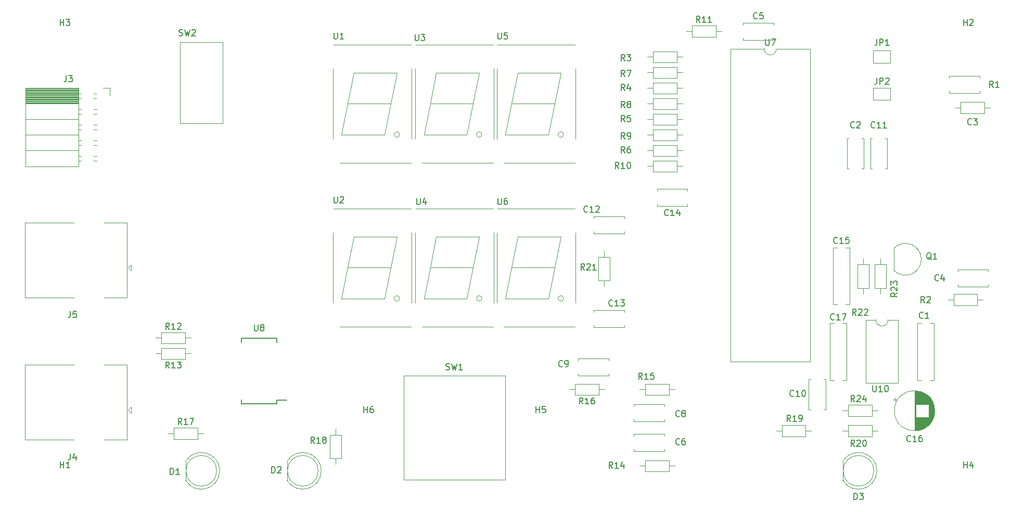
<source format=gbr>
%TF.GenerationSoftware,KiCad,Pcbnew,(5.1.6)-1*%
%TF.CreationDate,2020-10-11T17:06:20+02:00*%
%TF.ProjectId,Solaranlage,536f6c61-7261-46e6-9c61-67652e6b6963,rev?*%
%TF.SameCoordinates,Original*%
%TF.FileFunction,Legend,Top*%
%TF.FilePolarity,Positive*%
%FSLAX46Y46*%
G04 Gerber Fmt 4.6, Leading zero omitted, Abs format (unit mm)*
G04 Created by KiCad (PCBNEW (5.1.6)-1) date 2020-10-11 17:06:20*
%MOMM*%
%LPD*%
G01*
G04 APERTURE LIST*
%ADD10C,0.120000*%
%ADD11C,0.150000*%
G04 APERTURE END LIST*
D10*
%TO.C,R24*%
X203058000Y-119730000D02*
X203058000Y-121570000D01*
X203058000Y-121570000D02*
X206898000Y-121570000D01*
X206898000Y-121570000D02*
X206898000Y-119730000D01*
X206898000Y-119730000D02*
X203058000Y-119730000D01*
X202108000Y-120650000D02*
X203058000Y-120650000D01*
X207848000Y-120650000D02*
X206898000Y-120650000D01*
%TO.C,Q1*%
X210505522Y-97850478D02*
G75*
G03*
X214944000Y-96012000I1838478J1838478D01*
G01*
X210505522Y-94173522D02*
G75*
G02*
X214944000Y-96012000I1838478J-1838478D01*
G01*
X210494000Y-94212000D02*
X210494000Y-97812000D01*
%TO.C,C17*%
X200052000Y-115678000D02*
X200052000Y-106438000D01*
X202792000Y-115678000D02*
X202792000Y-106438000D01*
X200052000Y-115678000D02*
X200757000Y-115678000D01*
X202087000Y-115678000D02*
X202792000Y-115678000D01*
X200052000Y-106438000D02*
X200757000Y-106438000D01*
X202087000Y-106438000D02*
X202792000Y-106438000D01*
%TO.C,C16*%
X217118000Y-120650000D02*
G75*
G03*
X217118000Y-120650000I-3270000J0D01*
G01*
X213848000Y-117420000D02*
X213848000Y-123880000D01*
X213888000Y-117420000D02*
X213888000Y-123880000D01*
X213928000Y-117420000D02*
X213928000Y-123880000D01*
X213968000Y-117422000D02*
X213968000Y-123878000D01*
X214008000Y-117423000D02*
X214008000Y-123877000D01*
X214048000Y-117426000D02*
X214048000Y-123874000D01*
X214088000Y-117428000D02*
X214088000Y-119610000D01*
X214088000Y-121690000D02*
X214088000Y-123872000D01*
X214128000Y-117432000D02*
X214128000Y-119610000D01*
X214128000Y-121690000D02*
X214128000Y-123868000D01*
X214168000Y-117435000D02*
X214168000Y-119610000D01*
X214168000Y-121690000D02*
X214168000Y-123865000D01*
X214208000Y-117439000D02*
X214208000Y-119610000D01*
X214208000Y-121690000D02*
X214208000Y-123861000D01*
X214248000Y-117444000D02*
X214248000Y-119610000D01*
X214248000Y-121690000D02*
X214248000Y-123856000D01*
X214288000Y-117449000D02*
X214288000Y-119610000D01*
X214288000Y-121690000D02*
X214288000Y-123851000D01*
X214328000Y-117455000D02*
X214328000Y-119610000D01*
X214328000Y-121690000D02*
X214328000Y-123845000D01*
X214368000Y-117461000D02*
X214368000Y-119610000D01*
X214368000Y-121690000D02*
X214368000Y-123839000D01*
X214408000Y-117468000D02*
X214408000Y-119610000D01*
X214408000Y-121690000D02*
X214408000Y-123832000D01*
X214448000Y-117475000D02*
X214448000Y-119610000D01*
X214448000Y-121690000D02*
X214448000Y-123825000D01*
X214488000Y-117483000D02*
X214488000Y-119610000D01*
X214488000Y-121690000D02*
X214488000Y-123817000D01*
X214528000Y-117491000D02*
X214528000Y-119610000D01*
X214528000Y-121690000D02*
X214528000Y-123809000D01*
X214569000Y-117500000D02*
X214569000Y-119610000D01*
X214569000Y-121690000D02*
X214569000Y-123800000D01*
X214609000Y-117509000D02*
X214609000Y-119610000D01*
X214609000Y-121690000D02*
X214609000Y-123791000D01*
X214649000Y-117519000D02*
X214649000Y-119610000D01*
X214649000Y-121690000D02*
X214649000Y-123781000D01*
X214689000Y-117529000D02*
X214689000Y-119610000D01*
X214689000Y-121690000D02*
X214689000Y-123771000D01*
X214729000Y-117540000D02*
X214729000Y-119610000D01*
X214729000Y-121690000D02*
X214729000Y-123760000D01*
X214769000Y-117552000D02*
X214769000Y-119610000D01*
X214769000Y-121690000D02*
X214769000Y-123748000D01*
X214809000Y-117564000D02*
X214809000Y-119610000D01*
X214809000Y-121690000D02*
X214809000Y-123736000D01*
X214849000Y-117576000D02*
X214849000Y-119610000D01*
X214849000Y-121690000D02*
X214849000Y-123724000D01*
X214889000Y-117589000D02*
X214889000Y-119610000D01*
X214889000Y-121690000D02*
X214889000Y-123711000D01*
X214929000Y-117603000D02*
X214929000Y-119610000D01*
X214929000Y-121690000D02*
X214929000Y-123697000D01*
X214969000Y-117617000D02*
X214969000Y-119610000D01*
X214969000Y-121690000D02*
X214969000Y-123683000D01*
X215009000Y-117632000D02*
X215009000Y-119610000D01*
X215009000Y-121690000D02*
X215009000Y-123668000D01*
X215049000Y-117648000D02*
X215049000Y-119610000D01*
X215049000Y-121690000D02*
X215049000Y-123652000D01*
X215089000Y-117664000D02*
X215089000Y-119610000D01*
X215089000Y-121690000D02*
X215089000Y-123636000D01*
X215129000Y-117680000D02*
X215129000Y-119610000D01*
X215129000Y-121690000D02*
X215129000Y-123620000D01*
X215169000Y-117698000D02*
X215169000Y-119610000D01*
X215169000Y-121690000D02*
X215169000Y-123602000D01*
X215209000Y-117716000D02*
X215209000Y-119610000D01*
X215209000Y-121690000D02*
X215209000Y-123584000D01*
X215249000Y-117734000D02*
X215249000Y-119610000D01*
X215249000Y-121690000D02*
X215249000Y-123566000D01*
X215289000Y-117754000D02*
X215289000Y-119610000D01*
X215289000Y-121690000D02*
X215289000Y-123546000D01*
X215329000Y-117774000D02*
X215329000Y-119610000D01*
X215329000Y-121690000D02*
X215329000Y-123526000D01*
X215369000Y-117794000D02*
X215369000Y-119610000D01*
X215369000Y-121690000D02*
X215369000Y-123506000D01*
X215409000Y-117816000D02*
X215409000Y-119610000D01*
X215409000Y-121690000D02*
X215409000Y-123484000D01*
X215449000Y-117838000D02*
X215449000Y-119610000D01*
X215449000Y-121690000D02*
X215449000Y-123462000D01*
X215489000Y-117860000D02*
X215489000Y-119610000D01*
X215489000Y-121690000D02*
X215489000Y-123440000D01*
X215529000Y-117884000D02*
X215529000Y-119610000D01*
X215529000Y-121690000D02*
X215529000Y-123416000D01*
X215569000Y-117908000D02*
X215569000Y-119610000D01*
X215569000Y-121690000D02*
X215569000Y-123392000D01*
X215609000Y-117934000D02*
X215609000Y-119610000D01*
X215609000Y-121690000D02*
X215609000Y-123366000D01*
X215649000Y-117960000D02*
X215649000Y-119610000D01*
X215649000Y-121690000D02*
X215649000Y-123340000D01*
X215689000Y-117986000D02*
X215689000Y-119610000D01*
X215689000Y-121690000D02*
X215689000Y-123314000D01*
X215729000Y-118014000D02*
X215729000Y-119610000D01*
X215729000Y-121690000D02*
X215729000Y-123286000D01*
X215769000Y-118043000D02*
X215769000Y-119610000D01*
X215769000Y-121690000D02*
X215769000Y-123257000D01*
X215809000Y-118072000D02*
X215809000Y-119610000D01*
X215809000Y-121690000D02*
X215809000Y-123228000D01*
X215849000Y-118102000D02*
X215849000Y-119610000D01*
X215849000Y-121690000D02*
X215849000Y-123198000D01*
X215889000Y-118134000D02*
X215889000Y-119610000D01*
X215889000Y-121690000D02*
X215889000Y-123166000D01*
X215929000Y-118166000D02*
X215929000Y-119610000D01*
X215929000Y-121690000D02*
X215929000Y-123134000D01*
X215969000Y-118200000D02*
X215969000Y-119610000D01*
X215969000Y-121690000D02*
X215969000Y-123100000D01*
X216009000Y-118234000D02*
X216009000Y-119610000D01*
X216009000Y-121690000D02*
X216009000Y-123066000D01*
X216049000Y-118270000D02*
X216049000Y-119610000D01*
X216049000Y-121690000D02*
X216049000Y-123030000D01*
X216089000Y-118307000D02*
X216089000Y-119610000D01*
X216089000Y-121690000D02*
X216089000Y-122993000D01*
X216129000Y-118345000D02*
X216129000Y-119610000D01*
X216129000Y-121690000D02*
X216129000Y-122955000D01*
X216169000Y-118385000D02*
X216169000Y-122915000D01*
X216209000Y-118426000D02*
X216209000Y-122874000D01*
X216249000Y-118468000D02*
X216249000Y-122832000D01*
X216289000Y-118513000D02*
X216289000Y-122787000D01*
X216329000Y-118558000D02*
X216329000Y-122742000D01*
X216369000Y-118606000D02*
X216369000Y-122694000D01*
X216409000Y-118655000D02*
X216409000Y-122645000D01*
X216449000Y-118706000D02*
X216449000Y-122594000D01*
X216489000Y-118760000D02*
X216489000Y-122540000D01*
X216529000Y-118816000D02*
X216529000Y-122484000D01*
X216569000Y-118874000D02*
X216569000Y-122426000D01*
X216609000Y-118936000D02*
X216609000Y-122364000D01*
X216649000Y-119000000D02*
X216649000Y-122300000D01*
X216689000Y-119069000D02*
X216689000Y-122231000D01*
X216729000Y-119141000D02*
X216729000Y-122159000D01*
X216769000Y-119218000D02*
X216769000Y-122082000D01*
X216809000Y-119300000D02*
X216809000Y-122000000D01*
X216849000Y-119388000D02*
X216849000Y-121912000D01*
X216889000Y-119485000D02*
X216889000Y-121815000D01*
X216929000Y-119591000D02*
X216929000Y-121709000D01*
X216969000Y-119710000D02*
X216969000Y-121590000D01*
X217009000Y-119848000D02*
X217009000Y-121452000D01*
X217049000Y-120017000D02*
X217049000Y-121283000D01*
X217089000Y-120248000D02*
X217089000Y-121052000D01*
X210347759Y-118811000D02*
X210977759Y-118811000D01*
X210662759Y-118496000D02*
X210662759Y-119126000D01*
%TO.C,C1*%
X214276000Y-115678000D02*
X214276000Y-106438000D01*
X217016000Y-115678000D02*
X217016000Y-106438000D01*
X214276000Y-115678000D02*
X214981000Y-115678000D01*
X216311000Y-115678000D02*
X217016000Y-115678000D01*
X214276000Y-106438000D02*
X214981000Y-106438000D01*
X216311000Y-106438000D02*
X217016000Y-106438000D01*
%TO.C,C15*%
X203300000Y-94126000D02*
X203300000Y-103366000D01*
X200560000Y-94126000D02*
X200560000Y-103366000D01*
X203300000Y-94126000D02*
X202595000Y-94126000D01*
X201265000Y-94126000D02*
X200560000Y-94126000D01*
X203300000Y-103366000D02*
X202595000Y-103366000D01*
X201265000Y-103366000D02*
X200560000Y-103366000D01*
%TO.C,U10*%
X211184000Y-105858000D02*
X209534000Y-105858000D01*
X211184000Y-116138000D02*
X211184000Y-105858000D01*
X205884000Y-116138000D02*
X211184000Y-116138000D01*
X205884000Y-105858000D02*
X205884000Y-116138000D01*
X207534000Y-105858000D02*
X205884000Y-105858000D01*
X209534000Y-105858000D02*
G75*
G02*
X207534000Y-105858000I-1000000J0D01*
G01*
%TO.C,R23*%
X208280000Y-95916000D02*
X208280000Y-96866000D01*
X208280000Y-101656000D02*
X208280000Y-100706000D01*
X207360000Y-96866000D02*
X207360000Y-100706000D01*
X209200000Y-96866000D02*
X207360000Y-96866000D01*
X209200000Y-100706000D02*
X209200000Y-96866000D01*
X207360000Y-100706000D02*
X209200000Y-100706000D01*
%TO.C,R22*%
X205486000Y-95916000D02*
X205486000Y-96866000D01*
X205486000Y-101656000D02*
X205486000Y-100706000D01*
X204566000Y-96866000D02*
X204566000Y-100706000D01*
X206406000Y-96866000D02*
X204566000Y-96866000D01*
X206406000Y-100706000D02*
X206406000Y-96866000D01*
X204566000Y-100706000D02*
X206406000Y-100706000D01*
%TO.C,SW2*%
X101295000Y-73910000D02*
X101295000Y-60710000D01*
X94295000Y-73910000D02*
X101295000Y-73910000D01*
X94295000Y-60710000D02*
X94295000Y-73910000D01*
X101295000Y-60710000D02*
X94295000Y-60710000D01*
%TO.C,C14*%
X176908000Y-87318000D02*
X171968000Y-87318000D01*
X176908000Y-84578000D02*
X171968000Y-84578000D01*
X176908000Y-87318000D02*
X176908000Y-87003000D01*
X176908000Y-84893000D02*
X176908000Y-84578000D01*
X171968000Y-87318000D02*
X171968000Y-87003000D01*
X171968000Y-84893000D02*
X171968000Y-84578000D01*
%TO.C,R21*%
X162402000Y-99456000D02*
X164242000Y-99456000D01*
X164242000Y-99456000D02*
X164242000Y-95616000D01*
X164242000Y-95616000D02*
X162402000Y-95616000D01*
X162402000Y-95616000D02*
X162402000Y-99456000D01*
X163322000Y-100406000D02*
X163322000Y-99456000D01*
X163322000Y-94666000D02*
X163322000Y-95616000D01*
%TO.C,C13*%
X161654000Y-104294000D02*
X166594000Y-104294000D01*
X161654000Y-107034000D02*
X166594000Y-107034000D01*
X161654000Y-104294000D02*
X161654000Y-104609000D01*
X161654000Y-106719000D02*
X161654000Y-107034000D01*
X166594000Y-104294000D02*
X166594000Y-104609000D01*
X166594000Y-106719000D02*
X166594000Y-107034000D01*
%TO.C,C12*%
X166594000Y-91794000D02*
X161654000Y-91794000D01*
X166594000Y-89054000D02*
X161654000Y-89054000D01*
X166594000Y-91794000D02*
X166594000Y-91479000D01*
X166594000Y-89369000D02*
X166594000Y-89054000D01*
X161654000Y-91794000D02*
X161654000Y-91479000D01*
X161654000Y-89369000D02*
X161654000Y-89054000D01*
%TO.C,C11*%
X206656000Y-81250000D02*
X206656000Y-76310000D01*
X209396000Y-81250000D02*
X209396000Y-76310000D01*
X206656000Y-81250000D02*
X206971000Y-81250000D01*
X209081000Y-81250000D02*
X209396000Y-81250000D01*
X206656000Y-76310000D02*
X206971000Y-76310000D01*
X209081000Y-76310000D02*
X209396000Y-76310000D01*
%TO.C,C2*%
X202846000Y-81250000D02*
X202846000Y-76310000D01*
X205586000Y-81250000D02*
X205586000Y-76310000D01*
X202846000Y-81250000D02*
X203161000Y-81250000D01*
X205271000Y-81250000D02*
X205586000Y-81250000D01*
X202846000Y-76310000D02*
X203161000Y-76310000D01*
X205271000Y-76310000D02*
X205586000Y-76310000D01*
%TO.C,R20*%
X203058000Y-123032000D02*
X203058000Y-124872000D01*
X203058000Y-124872000D02*
X206898000Y-124872000D01*
X206898000Y-124872000D02*
X206898000Y-123032000D01*
X206898000Y-123032000D02*
X203058000Y-123032000D01*
X202108000Y-123952000D02*
X203058000Y-123952000D01*
X207848000Y-123952000D02*
X206898000Y-123952000D01*
%TO.C,D3*%
X207224000Y-130429000D02*
G75*
G03*
X207224000Y-130429000I-2500000J0D01*
G01*
X202164000Y-128884000D02*
X202164000Y-131974000D01*
X207714000Y-130428538D02*
G75*
G02*
X202164000Y-131973830I-2990000J-462D01*
G01*
X207714000Y-130429462D02*
G75*
G03*
X202164000Y-128884170I-2990000J462D01*
G01*
%TO.C,JP2*%
X209934000Y-68088000D02*
X209934000Y-70088000D01*
X207134000Y-68088000D02*
X209934000Y-68088000D01*
X207134000Y-70088000D02*
X207134000Y-68088000D01*
X209934000Y-70088000D02*
X207134000Y-70088000D01*
%TO.C,JP1*%
X209934000Y-62037000D02*
X209934000Y-64037000D01*
X207134000Y-62037000D02*
X209934000Y-62037000D01*
X207134000Y-64037000D02*
X207134000Y-62037000D01*
X209934000Y-64037000D02*
X207134000Y-64037000D01*
%TO.C,J4*%
X85678000Y-113163000D02*
X85678000Y-125383000D01*
X85678000Y-113163000D02*
X81928000Y-113163000D01*
X85678000Y-125383000D02*
X81928000Y-125383000D01*
X69058000Y-113163000D02*
X69058000Y-125383000D01*
X69058000Y-125383000D02*
X77028000Y-125383000D01*
X69058000Y-113163000D02*
X77028000Y-113163000D01*
X85878000Y-120523000D02*
X86378000Y-121023000D01*
X86378000Y-121023000D02*
X86378000Y-120023000D01*
X86378000Y-120023000D02*
X85878000Y-120523000D01*
%TO.C,J5*%
X85678000Y-90018000D02*
X85678000Y-102238000D01*
X85678000Y-90018000D02*
X81928000Y-90018000D01*
X85678000Y-102238000D02*
X81928000Y-102238000D01*
X69058000Y-90018000D02*
X69058000Y-102238000D01*
X69058000Y-102238000D02*
X77028000Y-102238000D01*
X69058000Y-90018000D02*
X77028000Y-90018000D01*
X85878000Y-97378000D02*
X86378000Y-97878000D01*
X86378000Y-97878000D02*
X86378000Y-96878000D01*
X86378000Y-96878000D02*
X85878000Y-97378000D01*
D11*
%TO.C,U8*%
X110063000Y-119498000D02*
X110063000Y-118923000D01*
X104313000Y-119498000D02*
X104313000Y-118848000D01*
X104313000Y-108848000D02*
X104313000Y-109498000D01*
X110063000Y-108848000D02*
X110063000Y-109498000D01*
X110063000Y-119498000D02*
X104313000Y-119498000D01*
X110063000Y-108848000D02*
X104313000Y-108848000D01*
X110063000Y-118923000D02*
X111663000Y-118923000D01*
D10*
%TO.C,R17*%
X93330000Y-123413000D02*
X93330000Y-125253000D01*
X93330000Y-125253000D02*
X97170000Y-125253000D01*
X97170000Y-125253000D02*
X97170000Y-123413000D01*
X97170000Y-123413000D02*
X93330000Y-123413000D01*
X92380000Y-124333000D02*
X93330000Y-124333000D01*
X98120000Y-124333000D02*
X97170000Y-124333000D01*
%TO.C,D1*%
X100290000Y-130429000D02*
G75*
G03*
X100290000Y-130429000I-2500000J0D01*
G01*
X95230000Y-128884000D02*
X95230000Y-131974000D01*
X100780000Y-130428538D02*
G75*
G02*
X95230000Y-131973830I-2990000J-462D01*
G01*
X100780000Y-130429462D02*
G75*
G03*
X95230000Y-128884170I-2990000J462D01*
G01*
%TO.C,R19*%
X196103000Y-124872000D02*
X196103000Y-123032000D01*
X196103000Y-123032000D02*
X192263000Y-123032000D01*
X192263000Y-123032000D02*
X192263000Y-124872000D01*
X192263000Y-124872000D02*
X196103000Y-124872000D01*
X197053000Y-123952000D02*
X196103000Y-123952000D01*
X191313000Y-123952000D02*
X192263000Y-123952000D01*
%TO.C,C10*%
X196623000Y-120493000D02*
X196623000Y-115553000D01*
X199363000Y-120493000D02*
X199363000Y-115553000D01*
X196623000Y-120493000D02*
X196938000Y-120493000D01*
X199048000Y-120493000D02*
X199363000Y-120493000D01*
X196623000Y-115553000D02*
X196938000Y-115553000D01*
X199048000Y-115553000D02*
X199363000Y-115553000D01*
%TO.C,R18*%
X120554000Y-124572000D02*
X118714000Y-124572000D01*
X118714000Y-124572000D02*
X118714000Y-128412000D01*
X118714000Y-128412000D02*
X120554000Y-128412000D01*
X120554000Y-128412000D02*
X120554000Y-124572000D01*
X119634000Y-123622000D02*
X119634000Y-124572000D01*
X119634000Y-129362000D02*
X119634000Y-128412000D01*
%TO.C,D2*%
X116800000Y-130429000D02*
G75*
G03*
X116800000Y-130429000I-2500000J0D01*
G01*
X111740000Y-128884000D02*
X111740000Y-131974000D01*
X117290000Y-130428538D02*
G75*
G02*
X111740000Y-131973830I-2990000J-462D01*
G01*
X117290000Y-130429462D02*
G75*
G03*
X111740000Y-128884170I-2990000J462D01*
G01*
%TO.C,C9*%
X164054000Y-114908000D02*
X159114000Y-114908000D01*
X164054000Y-112168000D02*
X159114000Y-112168000D01*
X164054000Y-114908000D02*
X164054000Y-114593000D01*
X164054000Y-112483000D02*
X164054000Y-112168000D01*
X159114000Y-114908000D02*
X159114000Y-114593000D01*
X159114000Y-112483000D02*
X159114000Y-112168000D01*
%TO.C,SW1*%
X130758000Y-131913000D02*
X130758000Y-114913000D01*
X130758000Y-114913000D02*
X147258000Y-114913000D01*
X147258000Y-114913000D02*
X147258000Y-131913000D01*
X147258000Y-131913000D02*
X130758000Y-131913000D01*
%TO.C,R16*%
X162448000Y-118110000D02*
X162448000Y-116270000D01*
X162448000Y-116270000D02*
X158608000Y-116270000D01*
X158608000Y-116270000D02*
X158608000Y-118110000D01*
X158608000Y-118110000D02*
X162448000Y-118110000D01*
X163398000Y-117190000D02*
X162448000Y-117190000D01*
X157658000Y-117190000D02*
X158608000Y-117190000D01*
%TO.C,U7*%
X189373000Y-61758000D02*
X183913000Y-61758000D01*
X183913000Y-61758000D02*
X183913000Y-112678000D01*
X183913000Y-112678000D02*
X196833000Y-112678000D01*
X196833000Y-112678000D02*
X196833000Y-61758000D01*
X196833000Y-61758000D02*
X191373000Y-61758000D01*
X191373000Y-61758000D02*
G75*
G02*
X189373000Y-61758000I-1000000J0D01*
G01*
%TO.C,U6*%
X156720214Y-102378000D02*
G75*
G03*
X156720214Y-102378000I-447214J0D01*
G01*
X149273000Y-92378000D02*
X156273000Y-92378000D01*
X155273000Y-97378000D02*
X148273000Y-97378000D01*
X156273000Y-92378000D02*
X155273000Y-97378000D01*
X154273000Y-102378000D02*
X155273000Y-97378000D01*
X147273000Y-102378000D02*
X154273000Y-102378000D01*
X148273000Y-97378000D02*
X147273000Y-102378000D01*
X149273000Y-92378000D02*
X148273000Y-97378000D01*
X158573000Y-87743000D02*
X145973000Y-87743000D01*
X146973000Y-107013000D02*
X158573000Y-107013000D01*
X158683000Y-103093000D02*
X158683000Y-91663000D01*
X145863000Y-103093000D02*
X145863000Y-91663000D01*
%TO.C,U5*%
X156720214Y-75708000D02*
G75*
G03*
X156720214Y-75708000I-447214J0D01*
G01*
X149273000Y-65708000D02*
X156273000Y-65708000D01*
X155273000Y-70708000D02*
X148273000Y-70708000D01*
X156273000Y-65708000D02*
X155273000Y-70708000D01*
X154273000Y-75708000D02*
X155273000Y-70708000D01*
X147273000Y-75708000D02*
X154273000Y-75708000D01*
X148273000Y-70708000D02*
X147273000Y-75708000D01*
X149273000Y-65708000D02*
X148273000Y-70708000D01*
X158573000Y-61073000D02*
X145973000Y-61073000D01*
X146973000Y-80343000D02*
X158573000Y-80343000D01*
X158683000Y-76423000D02*
X158683000Y-64993000D01*
X145863000Y-76423000D02*
X145863000Y-64993000D01*
%TO.C,U4*%
X143455214Y-102378000D02*
G75*
G03*
X143455214Y-102378000I-447214J0D01*
G01*
X136008000Y-92378000D02*
X143008000Y-92378000D01*
X142008000Y-97378000D02*
X135008000Y-97378000D01*
X143008000Y-92378000D02*
X142008000Y-97378000D01*
X141008000Y-102378000D02*
X142008000Y-97378000D01*
X134008000Y-102378000D02*
X141008000Y-102378000D01*
X135008000Y-97378000D02*
X134008000Y-102378000D01*
X136008000Y-92378000D02*
X135008000Y-97378000D01*
X145308000Y-87743000D02*
X132708000Y-87743000D01*
X133708000Y-107013000D02*
X145308000Y-107013000D01*
X145418000Y-103093000D02*
X145418000Y-91663000D01*
X132598000Y-103093000D02*
X132598000Y-91663000D01*
%TO.C,U3*%
X143455214Y-75708000D02*
G75*
G03*
X143455214Y-75708000I-447214J0D01*
G01*
X136008000Y-65708000D02*
X143008000Y-65708000D01*
X142008000Y-70708000D02*
X135008000Y-70708000D01*
X143008000Y-65708000D02*
X142008000Y-70708000D01*
X141008000Y-75708000D02*
X142008000Y-70708000D01*
X134008000Y-75708000D02*
X141008000Y-75708000D01*
X135008000Y-70708000D02*
X134008000Y-75708000D01*
X136008000Y-65708000D02*
X135008000Y-70708000D01*
X145308000Y-61073000D02*
X132708000Y-61073000D01*
X133708000Y-80343000D02*
X145308000Y-80343000D01*
X145418000Y-76423000D02*
X145418000Y-64993000D01*
X132598000Y-76423000D02*
X132598000Y-64993000D01*
%TO.C,U2*%
X130050214Y-102378000D02*
G75*
G03*
X130050214Y-102378000I-447214J0D01*
G01*
X122603000Y-92378000D02*
X129603000Y-92378000D01*
X128603000Y-97378000D02*
X121603000Y-97378000D01*
X129603000Y-92378000D02*
X128603000Y-97378000D01*
X127603000Y-102378000D02*
X128603000Y-97378000D01*
X120603000Y-102378000D02*
X127603000Y-102378000D01*
X121603000Y-97378000D02*
X120603000Y-102378000D01*
X122603000Y-92378000D02*
X121603000Y-97378000D01*
X131903000Y-87743000D02*
X119303000Y-87743000D01*
X120303000Y-107013000D02*
X131903000Y-107013000D01*
X132013000Y-103093000D02*
X132013000Y-91663000D01*
X119193000Y-103093000D02*
X119193000Y-91663000D01*
%TO.C,U1*%
X130050214Y-75708000D02*
G75*
G03*
X130050214Y-75708000I-447214J0D01*
G01*
X122603000Y-65708000D02*
X129603000Y-65708000D01*
X128603000Y-70708000D02*
X121603000Y-70708000D01*
X129603000Y-65708000D02*
X128603000Y-70708000D01*
X127603000Y-75708000D02*
X128603000Y-70708000D01*
X120603000Y-75708000D02*
X127603000Y-75708000D01*
X121603000Y-70708000D02*
X120603000Y-75708000D01*
X122603000Y-65708000D02*
X121603000Y-70708000D01*
X131903000Y-61073000D02*
X119303000Y-61073000D01*
X120303000Y-80343000D02*
X131903000Y-80343000D01*
X132013000Y-76423000D02*
X132013000Y-64993000D01*
X119193000Y-76423000D02*
X119193000Y-64993000D01*
%TO.C,R15*%
X173878000Y-118110000D02*
X173878000Y-116270000D01*
X173878000Y-116270000D02*
X170038000Y-116270000D01*
X170038000Y-116270000D02*
X170038000Y-118110000D01*
X170038000Y-118110000D02*
X173878000Y-118110000D01*
X174828000Y-117190000D02*
X173878000Y-117190000D01*
X169088000Y-117190000D02*
X170038000Y-117190000D01*
%TO.C,R14*%
X173878000Y-130556000D02*
X173878000Y-128716000D01*
X173878000Y-128716000D02*
X170038000Y-128716000D01*
X170038000Y-128716000D02*
X170038000Y-130556000D01*
X170038000Y-130556000D02*
X173878000Y-130556000D01*
X174828000Y-129636000D02*
X173878000Y-129636000D01*
X169088000Y-129636000D02*
X170038000Y-129636000D01*
%TO.C,R13*%
X95138000Y-112268000D02*
X95138000Y-110428000D01*
X95138000Y-110428000D02*
X91298000Y-110428000D01*
X91298000Y-110428000D02*
X91298000Y-112268000D01*
X91298000Y-112268000D02*
X95138000Y-112268000D01*
X96088000Y-111348000D02*
X95138000Y-111348000D01*
X90348000Y-111348000D02*
X91298000Y-111348000D01*
%TO.C,R12*%
X95138000Y-109728000D02*
X95138000Y-107888000D01*
X95138000Y-107888000D02*
X91298000Y-107888000D01*
X91298000Y-107888000D02*
X91298000Y-109728000D01*
X91298000Y-109728000D02*
X95138000Y-109728000D01*
X96088000Y-108808000D02*
X95138000Y-108808000D01*
X90348000Y-108808000D02*
X91298000Y-108808000D01*
%TO.C,R11*%
X177658000Y-58008000D02*
X177658000Y-59848000D01*
X177658000Y-59848000D02*
X181498000Y-59848000D01*
X181498000Y-59848000D02*
X181498000Y-58008000D01*
X181498000Y-58008000D02*
X177658000Y-58008000D01*
X176708000Y-58928000D02*
X177658000Y-58928000D01*
X182448000Y-58928000D02*
X181498000Y-58928000D01*
%TO.C,R10*%
X175148000Y-81788000D02*
X175148000Y-79948000D01*
X175148000Y-79948000D02*
X171308000Y-79948000D01*
X171308000Y-79948000D02*
X171308000Y-81788000D01*
X171308000Y-81788000D02*
X175148000Y-81788000D01*
X176098000Y-80868000D02*
X175148000Y-80868000D01*
X170358000Y-80868000D02*
X171308000Y-80868000D01*
%TO.C,R9*%
X175148000Y-76708000D02*
X175148000Y-74868000D01*
X175148000Y-74868000D02*
X171308000Y-74868000D01*
X171308000Y-74868000D02*
X171308000Y-76708000D01*
X171308000Y-76708000D02*
X175148000Y-76708000D01*
X176098000Y-75788000D02*
X175148000Y-75788000D01*
X170358000Y-75788000D02*
X171308000Y-75788000D01*
%TO.C,R8*%
X175148000Y-71628000D02*
X175148000Y-69788000D01*
X175148000Y-69788000D02*
X171308000Y-69788000D01*
X171308000Y-69788000D02*
X171308000Y-71628000D01*
X171308000Y-71628000D02*
X175148000Y-71628000D01*
X176098000Y-70708000D02*
X175148000Y-70708000D01*
X170358000Y-70708000D02*
X171308000Y-70708000D01*
%TO.C,R7*%
X175148000Y-66548000D02*
X175148000Y-64708000D01*
X175148000Y-64708000D02*
X171308000Y-64708000D01*
X171308000Y-64708000D02*
X171308000Y-66548000D01*
X171308000Y-66548000D02*
X175148000Y-66548000D01*
X176098000Y-65628000D02*
X175148000Y-65628000D01*
X170358000Y-65628000D02*
X171308000Y-65628000D01*
%TO.C,R6*%
X175148000Y-79248000D02*
X175148000Y-77408000D01*
X175148000Y-77408000D02*
X171308000Y-77408000D01*
X171308000Y-77408000D02*
X171308000Y-79248000D01*
X171308000Y-79248000D02*
X175148000Y-79248000D01*
X176098000Y-78328000D02*
X175148000Y-78328000D01*
X170358000Y-78328000D02*
X171308000Y-78328000D01*
%TO.C,R5*%
X175148000Y-74168000D02*
X175148000Y-72328000D01*
X175148000Y-72328000D02*
X171308000Y-72328000D01*
X171308000Y-72328000D02*
X171308000Y-74168000D01*
X171308000Y-74168000D02*
X175148000Y-74168000D01*
X176098000Y-73248000D02*
X175148000Y-73248000D01*
X170358000Y-73248000D02*
X171308000Y-73248000D01*
%TO.C,R4*%
X175148000Y-69088000D02*
X175148000Y-67248000D01*
X175148000Y-67248000D02*
X171308000Y-67248000D01*
X171308000Y-67248000D02*
X171308000Y-69088000D01*
X171308000Y-69088000D02*
X175148000Y-69088000D01*
X176098000Y-68168000D02*
X175148000Y-68168000D01*
X170358000Y-68168000D02*
X171308000Y-68168000D01*
%TO.C,R3*%
X175148000Y-64008000D02*
X175148000Y-62168000D01*
X175148000Y-62168000D02*
X171308000Y-62168000D01*
X171308000Y-62168000D02*
X171308000Y-64008000D01*
X171308000Y-64008000D02*
X175148000Y-64008000D01*
X176098000Y-63088000D02*
X175148000Y-63088000D01*
X170358000Y-63088000D02*
X171308000Y-63088000D01*
%TO.C,R2*%
X220203000Y-101665000D02*
X220203000Y-103505000D01*
X220203000Y-103505000D02*
X224043000Y-103505000D01*
X224043000Y-103505000D02*
X224043000Y-101665000D01*
X224043000Y-101665000D02*
X220203000Y-101665000D01*
X219253000Y-102585000D02*
X220203000Y-102585000D01*
X224993000Y-102585000D02*
X224043000Y-102585000D01*
%TO.C,R1*%
X225186000Y-72294000D02*
X225186000Y-70454000D01*
X225186000Y-70454000D02*
X221346000Y-70454000D01*
X221346000Y-70454000D02*
X221346000Y-72294000D01*
X221346000Y-72294000D02*
X225186000Y-72294000D01*
X226136000Y-71374000D02*
X225186000Y-71374000D01*
X220396000Y-71374000D02*
X221346000Y-71374000D01*
%TO.C,J3*%
X69158000Y-68228000D02*
X77788000Y-68228000D01*
X69158000Y-68346095D02*
X77788000Y-68346095D01*
X69158000Y-68464190D02*
X77788000Y-68464190D01*
X69158000Y-68582285D02*
X77788000Y-68582285D01*
X69158000Y-68700380D02*
X77788000Y-68700380D01*
X69158000Y-68818475D02*
X77788000Y-68818475D01*
X69158000Y-68936570D02*
X77788000Y-68936570D01*
X69158000Y-69054665D02*
X77788000Y-69054665D01*
X69158000Y-69172760D02*
X77788000Y-69172760D01*
X69158000Y-69290855D02*
X77788000Y-69290855D01*
X69158000Y-69408950D02*
X77788000Y-69408950D01*
X69158000Y-69527045D02*
X77788000Y-69527045D01*
X69158000Y-69645140D02*
X77788000Y-69645140D01*
X69158000Y-69763235D02*
X77788000Y-69763235D01*
X69158000Y-69881330D02*
X77788000Y-69881330D01*
X69158000Y-69999425D02*
X77788000Y-69999425D01*
X69158000Y-70117520D02*
X77788000Y-70117520D01*
X69158000Y-70235615D02*
X77788000Y-70235615D01*
X69158000Y-70353710D02*
X77788000Y-70353710D01*
X69158000Y-70471805D02*
X77788000Y-70471805D01*
X69158000Y-70589900D02*
X77788000Y-70589900D01*
X77788000Y-69078000D02*
X78198000Y-69078000D01*
X80298000Y-69078000D02*
X80678000Y-69078000D01*
X77788000Y-69798000D02*
X78198000Y-69798000D01*
X80298000Y-69798000D02*
X80678000Y-69798000D01*
X77788000Y-71618000D02*
X78198000Y-71618000D01*
X80298000Y-71618000D02*
X80738000Y-71618000D01*
X77788000Y-72338000D02*
X78198000Y-72338000D01*
X80298000Y-72338000D02*
X80738000Y-72338000D01*
X77788000Y-74158000D02*
X78198000Y-74158000D01*
X80298000Y-74158000D02*
X80738000Y-74158000D01*
X77788000Y-74878000D02*
X78198000Y-74878000D01*
X80298000Y-74878000D02*
X80738000Y-74878000D01*
X77788000Y-76698000D02*
X78198000Y-76698000D01*
X80298000Y-76698000D02*
X80738000Y-76698000D01*
X77788000Y-77418000D02*
X78198000Y-77418000D01*
X80298000Y-77418000D02*
X80738000Y-77418000D01*
X77788000Y-79238000D02*
X78198000Y-79238000D01*
X80298000Y-79238000D02*
X80738000Y-79238000D01*
X77788000Y-79958000D02*
X78198000Y-79958000D01*
X80298000Y-79958000D02*
X80738000Y-79958000D01*
X69158000Y-70708000D02*
X77788000Y-70708000D01*
X69158000Y-73248000D02*
X77788000Y-73248000D01*
X69158000Y-75788000D02*
X77788000Y-75788000D01*
X69158000Y-78328000D02*
X77788000Y-78328000D01*
X69158000Y-68108000D02*
X77788000Y-68108000D01*
X77788000Y-68108000D02*
X77788000Y-80928000D01*
X69158000Y-80928000D02*
X77788000Y-80928000D01*
X69158000Y-68108000D02*
X69158000Y-80928000D01*
X82898000Y-68108000D02*
X82898000Y-69438000D01*
X81788000Y-68108000D02*
X82898000Y-68108000D01*
%TO.C,C8*%
X168178000Y-119630000D02*
X173118000Y-119630000D01*
X168178000Y-122370000D02*
X173118000Y-122370000D01*
X168178000Y-119630000D02*
X168178000Y-119945000D01*
X168178000Y-122055000D02*
X168178000Y-122370000D01*
X173118000Y-119630000D02*
X173118000Y-119945000D01*
X173118000Y-122055000D02*
X173118000Y-122370000D01*
%TO.C,C6*%
X168178000Y-124456000D02*
X173118000Y-124456000D01*
X168178000Y-127196000D02*
X173118000Y-127196000D01*
X168178000Y-124456000D02*
X168178000Y-124771000D01*
X168178000Y-126881000D02*
X168178000Y-127196000D01*
X173118000Y-124456000D02*
X173118000Y-124771000D01*
X173118000Y-126881000D02*
X173118000Y-127196000D01*
%TO.C,C5*%
X185958000Y-57558000D02*
X190898000Y-57558000D01*
X185958000Y-60298000D02*
X190898000Y-60298000D01*
X185958000Y-57558000D02*
X185958000Y-57873000D01*
X185958000Y-59983000D02*
X185958000Y-60298000D01*
X190898000Y-57558000D02*
X190898000Y-57873000D01*
X190898000Y-59983000D02*
X190898000Y-60298000D01*
%TO.C,C4*%
X225803000Y-100430000D02*
X220863000Y-100430000D01*
X225803000Y-97690000D02*
X220863000Y-97690000D01*
X225803000Y-100430000D02*
X225803000Y-100115000D01*
X225803000Y-98005000D02*
X225803000Y-97690000D01*
X220863000Y-100430000D02*
X220863000Y-100115000D01*
X220863000Y-98005000D02*
X220863000Y-97690000D01*
%TO.C,C3*%
X219486000Y-66194000D02*
X224426000Y-66194000D01*
X219486000Y-68934000D02*
X224426000Y-68934000D01*
X219486000Y-66194000D02*
X219486000Y-66509000D01*
X219486000Y-68619000D02*
X219486000Y-68934000D01*
X224426000Y-66194000D02*
X224426000Y-66509000D01*
X224426000Y-68619000D02*
X224426000Y-68934000D01*
%TO.C,R24*%
D11*
X204081142Y-119182380D02*
X203747809Y-118706190D01*
X203509714Y-119182380D02*
X203509714Y-118182380D01*
X203890666Y-118182380D01*
X203985904Y-118230000D01*
X204033523Y-118277619D01*
X204081142Y-118372857D01*
X204081142Y-118515714D01*
X204033523Y-118610952D01*
X203985904Y-118658571D01*
X203890666Y-118706190D01*
X203509714Y-118706190D01*
X204462095Y-118277619D02*
X204509714Y-118230000D01*
X204604952Y-118182380D01*
X204843047Y-118182380D01*
X204938285Y-118230000D01*
X204985904Y-118277619D01*
X205033523Y-118372857D01*
X205033523Y-118468095D01*
X204985904Y-118610952D01*
X204414476Y-119182380D01*
X205033523Y-119182380D01*
X205890666Y-118515714D02*
X205890666Y-119182380D01*
X205652571Y-118134761D02*
X205414476Y-118849047D01*
X206033523Y-118849047D01*
%TO.C,Q1*%
X216566761Y-96051619D02*
X216471523Y-96004000D01*
X216376285Y-95908761D01*
X216233428Y-95765904D01*
X216138190Y-95718285D01*
X216042952Y-95718285D01*
X216090571Y-95956380D02*
X215995333Y-95908761D01*
X215900095Y-95813523D01*
X215852476Y-95623047D01*
X215852476Y-95289714D01*
X215900095Y-95099238D01*
X215995333Y-95004000D01*
X216090571Y-94956380D01*
X216281047Y-94956380D01*
X216376285Y-95004000D01*
X216471523Y-95099238D01*
X216519142Y-95289714D01*
X216519142Y-95623047D01*
X216471523Y-95813523D01*
X216376285Y-95908761D01*
X216281047Y-95956380D01*
X216090571Y-95956380D01*
X217471523Y-95956380D02*
X216900095Y-95956380D01*
X217185809Y-95956380D02*
X217185809Y-94956380D01*
X217090571Y-95099238D01*
X216995333Y-95194476D01*
X216900095Y-95242095D01*
%TO.C,C17*%
X200779142Y-105767142D02*
X200731523Y-105814761D01*
X200588666Y-105862380D01*
X200493428Y-105862380D01*
X200350571Y-105814761D01*
X200255333Y-105719523D01*
X200207714Y-105624285D01*
X200160095Y-105433809D01*
X200160095Y-105290952D01*
X200207714Y-105100476D01*
X200255333Y-105005238D01*
X200350571Y-104910000D01*
X200493428Y-104862380D01*
X200588666Y-104862380D01*
X200731523Y-104910000D01*
X200779142Y-104957619D01*
X201731523Y-105862380D02*
X201160095Y-105862380D01*
X201445809Y-105862380D02*
X201445809Y-104862380D01*
X201350571Y-105005238D01*
X201255333Y-105100476D01*
X201160095Y-105148095D01*
X202064857Y-104862380D02*
X202731523Y-104862380D01*
X202302952Y-105862380D01*
%TO.C,C16*%
X213205142Y-125579142D02*
X213157523Y-125626761D01*
X213014666Y-125674380D01*
X212919428Y-125674380D01*
X212776571Y-125626761D01*
X212681333Y-125531523D01*
X212633714Y-125436285D01*
X212586095Y-125245809D01*
X212586095Y-125102952D01*
X212633714Y-124912476D01*
X212681333Y-124817238D01*
X212776571Y-124722000D01*
X212919428Y-124674380D01*
X213014666Y-124674380D01*
X213157523Y-124722000D01*
X213205142Y-124769619D01*
X214157523Y-125674380D02*
X213586095Y-125674380D01*
X213871809Y-125674380D02*
X213871809Y-124674380D01*
X213776571Y-124817238D01*
X213681333Y-124912476D01*
X213586095Y-124960095D01*
X215014666Y-124674380D02*
X214824190Y-124674380D01*
X214728952Y-124722000D01*
X214681333Y-124769619D01*
X214586095Y-124912476D01*
X214538476Y-125102952D01*
X214538476Y-125483904D01*
X214586095Y-125579142D01*
X214633714Y-125626761D01*
X214728952Y-125674380D01*
X214919428Y-125674380D01*
X215014666Y-125626761D01*
X215062285Y-125579142D01*
X215109904Y-125483904D01*
X215109904Y-125245809D01*
X215062285Y-125150571D01*
X215014666Y-125102952D01*
X214919428Y-125055333D01*
X214728952Y-125055333D01*
X214633714Y-125102952D01*
X214586095Y-125150571D01*
X214538476Y-125245809D01*
%TO.C,C1*%
X215225333Y-105513142D02*
X215177714Y-105560761D01*
X215034857Y-105608380D01*
X214939619Y-105608380D01*
X214796761Y-105560761D01*
X214701523Y-105465523D01*
X214653904Y-105370285D01*
X214606285Y-105179809D01*
X214606285Y-105036952D01*
X214653904Y-104846476D01*
X214701523Y-104751238D01*
X214796761Y-104656000D01*
X214939619Y-104608380D01*
X215034857Y-104608380D01*
X215177714Y-104656000D01*
X215225333Y-104703619D01*
X216177714Y-105608380D02*
X215606285Y-105608380D01*
X215892000Y-105608380D02*
X215892000Y-104608380D01*
X215796761Y-104751238D01*
X215701523Y-104846476D01*
X215606285Y-104894095D01*
%TO.C,C15*%
X201287142Y-93321142D02*
X201239523Y-93368761D01*
X201096666Y-93416380D01*
X201001428Y-93416380D01*
X200858571Y-93368761D01*
X200763333Y-93273523D01*
X200715714Y-93178285D01*
X200668095Y-92987809D01*
X200668095Y-92844952D01*
X200715714Y-92654476D01*
X200763333Y-92559238D01*
X200858571Y-92464000D01*
X201001428Y-92416380D01*
X201096666Y-92416380D01*
X201239523Y-92464000D01*
X201287142Y-92511619D01*
X202239523Y-93416380D02*
X201668095Y-93416380D01*
X201953809Y-93416380D02*
X201953809Y-92416380D01*
X201858571Y-92559238D01*
X201763333Y-92654476D01*
X201668095Y-92702095D01*
X203144285Y-92416380D02*
X202668095Y-92416380D01*
X202620476Y-92892571D01*
X202668095Y-92844952D01*
X202763333Y-92797333D01*
X203001428Y-92797333D01*
X203096666Y-92844952D01*
X203144285Y-92892571D01*
X203191904Y-92987809D01*
X203191904Y-93225904D01*
X203144285Y-93321142D01*
X203096666Y-93368761D01*
X203001428Y-93416380D01*
X202763333Y-93416380D01*
X202668095Y-93368761D01*
X202620476Y-93321142D01*
%TO.C,U10*%
X207041904Y-116546380D02*
X207041904Y-117355904D01*
X207089523Y-117451142D01*
X207137142Y-117498761D01*
X207232380Y-117546380D01*
X207422857Y-117546380D01*
X207518095Y-117498761D01*
X207565714Y-117451142D01*
X207613333Y-117355904D01*
X207613333Y-116546380D01*
X208613333Y-117546380D02*
X208041904Y-117546380D01*
X208327619Y-117546380D02*
X208327619Y-116546380D01*
X208232380Y-116689238D01*
X208137142Y-116784476D01*
X208041904Y-116832095D01*
X209232380Y-116546380D02*
X209327619Y-116546380D01*
X209422857Y-116594000D01*
X209470476Y-116641619D01*
X209518095Y-116736857D01*
X209565714Y-116927333D01*
X209565714Y-117165428D01*
X209518095Y-117355904D01*
X209470476Y-117451142D01*
X209422857Y-117498761D01*
X209327619Y-117546380D01*
X209232380Y-117546380D01*
X209137142Y-117498761D01*
X209089523Y-117451142D01*
X209041904Y-117355904D01*
X208994285Y-117165428D01*
X208994285Y-116927333D01*
X209041904Y-116736857D01*
X209089523Y-116641619D01*
X209137142Y-116594000D01*
X209232380Y-116546380D01*
%TO.C,R23*%
X211018380Y-101480857D02*
X210542190Y-101814190D01*
X211018380Y-102052285D02*
X210018380Y-102052285D01*
X210018380Y-101671333D01*
X210066000Y-101576095D01*
X210113619Y-101528476D01*
X210208857Y-101480857D01*
X210351714Y-101480857D01*
X210446952Y-101528476D01*
X210494571Y-101576095D01*
X210542190Y-101671333D01*
X210542190Y-102052285D01*
X210113619Y-101099904D02*
X210066000Y-101052285D01*
X210018380Y-100957047D01*
X210018380Y-100718952D01*
X210066000Y-100623714D01*
X210113619Y-100576095D01*
X210208857Y-100528476D01*
X210304095Y-100528476D01*
X210446952Y-100576095D01*
X211018380Y-101147523D01*
X211018380Y-100528476D01*
X210018380Y-100195142D02*
X210018380Y-99576095D01*
X210399333Y-99909428D01*
X210399333Y-99766571D01*
X210446952Y-99671333D01*
X210494571Y-99623714D01*
X210589809Y-99576095D01*
X210827904Y-99576095D01*
X210923142Y-99623714D01*
X210970761Y-99671333D01*
X211018380Y-99766571D01*
X211018380Y-100052285D01*
X210970761Y-100147523D01*
X210923142Y-100195142D01*
%TO.C,R22*%
X204335142Y-105100380D02*
X204001809Y-104624190D01*
X203763714Y-105100380D02*
X203763714Y-104100380D01*
X204144666Y-104100380D01*
X204239904Y-104148000D01*
X204287523Y-104195619D01*
X204335142Y-104290857D01*
X204335142Y-104433714D01*
X204287523Y-104528952D01*
X204239904Y-104576571D01*
X204144666Y-104624190D01*
X203763714Y-104624190D01*
X204716095Y-104195619D02*
X204763714Y-104148000D01*
X204858952Y-104100380D01*
X205097047Y-104100380D01*
X205192285Y-104148000D01*
X205239904Y-104195619D01*
X205287523Y-104290857D01*
X205287523Y-104386095D01*
X205239904Y-104528952D01*
X204668476Y-105100380D01*
X205287523Y-105100380D01*
X205668476Y-104195619D02*
X205716095Y-104148000D01*
X205811333Y-104100380D01*
X206049428Y-104100380D01*
X206144666Y-104148000D01*
X206192285Y-104195619D01*
X206239904Y-104290857D01*
X206239904Y-104386095D01*
X206192285Y-104528952D01*
X205620857Y-105100380D01*
X206239904Y-105100380D01*
%TO.C,SW2*%
X94170666Y-59586761D02*
X94313523Y-59634380D01*
X94551619Y-59634380D01*
X94646857Y-59586761D01*
X94694476Y-59539142D01*
X94742095Y-59443904D01*
X94742095Y-59348666D01*
X94694476Y-59253428D01*
X94646857Y-59205809D01*
X94551619Y-59158190D01*
X94361142Y-59110571D01*
X94265904Y-59062952D01*
X94218285Y-59015333D01*
X94170666Y-58920095D01*
X94170666Y-58824857D01*
X94218285Y-58729619D01*
X94265904Y-58682000D01*
X94361142Y-58634380D01*
X94599238Y-58634380D01*
X94742095Y-58682000D01*
X95075428Y-58634380D02*
X95313523Y-59634380D01*
X95504000Y-58920095D01*
X95694476Y-59634380D01*
X95932571Y-58634380D01*
X96265904Y-58729619D02*
X96313523Y-58682000D01*
X96408761Y-58634380D01*
X96646857Y-58634380D01*
X96742095Y-58682000D01*
X96789714Y-58729619D01*
X96837333Y-58824857D01*
X96837333Y-58920095D01*
X96789714Y-59062952D01*
X96218285Y-59634380D01*
X96837333Y-59634380D01*
%TO.C,C14*%
X173795142Y-88805142D02*
X173747523Y-88852761D01*
X173604666Y-88900380D01*
X173509428Y-88900380D01*
X173366571Y-88852761D01*
X173271333Y-88757523D01*
X173223714Y-88662285D01*
X173176095Y-88471809D01*
X173176095Y-88328952D01*
X173223714Y-88138476D01*
X173271333Y-88043238D01*
X173366571Y-87948000D01*
X173509428Y-87900380D01*
X173604666Y-87900380D01*
X173747523Y-87948000D01*
X173795142Y-87995619D01*
X174747523Y-88900380D02*
X174176095Y-88900380D01*
X174461809Y-88900380D02*
X174461809Y-87900380D01*
X174366571Y-88043238D01*
X174271333Y-88138476D01*
X174176095Y-88186095D01*
X175604666Y-88233714D02*
X175604666Y-88900380D01*
X175366571Y-87852761D02*
X175128476Y-88567047D01*
X175747523Y-88567047D01*
%TO.C,R21*%
X160139142Y-97734380D02*
X159805809Y-97258190D01*
X159567714Y-97734380D02*
X159567714Y-96734380D01*
X159948666Y-96734380D01*
X160043904Y-96782000D01*
X160091523Y-96829619D01*
X160139142Y-96924857D01*
X160139142Y-97067714D01*
X160091523Y-97162952D01*
X160043904Y-97210571D01*
X159948666Y-97258190D01*
X159567714Y-97258190D01*
X160520095Y-96829619D02*
X160567714Y-96782000D01*
X160662952Y-96734380D01*
X160901047Y-96734380D01*
X160996285Y-96782000D01*
X161043904Y-96829619D01*
X161091523Y-96924857D01*
X161091523Y-97020095D01*
X161043904Y-97162952D01*
X160472476Y-97734380D01*
X161091523Y-97734380D01*
X162043904Y-97734380D02*
X161472476Y-97734380D01*
X161758190Y-97734380D02*
X161758190Y-96734380D01*
X161662952Y-96877238D01*
X161567714Y-96972476D01*
X161472476Y-97020095D01*
%TO.C,C13*%
X164711142Y-103521142D02*
X164663523Y-103568761D01*
X164520666Y-103616380D01*
X164425428Y-103616380D01*
X164282571Y-103568761D01*
X164187333Y-103473523D01*
X164139714Y-103378285D01*
X164092095Y-103187809D01*
X164092095Y-103044952D01*
X164139714Y-102854476D01*
X164187333Y-102759238D01*
X164282571Y-102664000D01*
X164425428Y-102616380D01*
X164520666Y-102616380D01*
X164663523Y-102664000D01*
X164711142Y-102711619D01*
X165663523Y-103616380D02*
X165092095Y-103616380D01*
X165377809Y-103616380D02*
X165377809Y-102616380D01*
X165282571Y-102759238D01*
X165187333Y-102854476D01*
X165092095Y-102902095D01*
X165996857Y-102616380D02*
X166615904Y-102616380D01*
X166282571Y-102997333D01*
X166425428Y-102997333D01*
X166520666Y-103044952D01*
X166568285Y-103092571D01*
X166615904Y-103187809D01*
X166615904Y-103425904D01*
X166568285Y-103521142D01*
X166520666Y-103568761D01*
X166425428Y-103616380D01*
X166139714Y-103616380D01*
X166044476Y-103568761D01*
X165996857Y-103521142D01*
%TO.C,C12*%
X160647142Y-88241142D02*
X160599523Y-88288761D01*
X160456666Y-88336380D01*
X160361428Y-88336380D01*
X160218571Y-88288761D01*
X160123333Y-88193523D01*
X160075714Y-88098285D01*
X160028095Y-87907809D01*
X160028095Y-87764952D01*
X160075714Y-87574476D01*
X160123333Y-87479238D01*
X160218571Y-87384000D01*
X160361428Y-87336380D01*
X160456666Y-87336380D01*
X160599523Y-87384000D01*
X160647142Y-87431619D01*
X161599523Y-88336380D02*
X161028095Y-88336380D01*
X161313809Y-88336380D02*
X161313809Y-87336380D01*
X161218571Y-87479238D01*
X161123333Y-87574476D01*
X161028095Y-87622095D01*
X161980476Y-87431619D02*
X162028095Y-87384000D01*
X162123333Y-87336380D01*
X162361428Y-87336380D01*
X162456666Y-87384000D01*
X162504285Y-87431619D01*
X162551904Y-87526857D01*
X162551904Y-87622095D01*
X162504285Y-87764952D01*
X161932857Y-88336380D01*
X162551904Y-88336380D01*
%TO.C,C11*%
X207383142Y-74525142D02*
X207335523Y-74572761D01*
X207192666Y-74620380D01*
X207097428Y-74620380D01*
X206954571Y-74572761D01*
X206859333Y-74477523D01*
X206811714Y-74382285D01*
X206764095Y-74191809D01*
X206764095Y-74048952D01*
X206811714Y-73858476D01*
X206859333Y-73763238D01*
X206954571Y-73668000D01*
X207097428Y-73620380D01*
X207192666Y-73620380D01*
X207335523Y-73668000D01*
X207383142Y-73715619D01*
X208335523Y-74620380D02*
X207764095Y-74620380D01*
X208049809Y-74620380D02*
X208049809Y-73620380D01*
X207954571Y-73763238D01*
X207859333Y-73858476D01*
X207764095Y-73906095D01*
X209287904Y-74620380D02*
X208716476Y-74620380D01*
X209002190Y-74620380D02*
X209002190Y-73620380D01*
X208906952Y-73763238D01*
X208811714Y-73858476D01*
X208716476Y-73906095D01*
%TO.C,C2*%
X204049333Y-74525142D02*
X204001714Y-74572761D01*
X203858857Y-74620380D01*
X203763619Y-74620380D01*
X203620761Y-74572761D01*
X203525523Y-74477523D01*
X203477904Y-74382285D01*
X203430285Y-74191809D01*
X203430285Y-74048952D01*
X203477904Y-73858476D01*
X203525523Y-73763238D01*
X203620761Y-73668000D01*
X203763619Y-73620380D01*
X203858857Y-73620380D01*
X204001714Y-73668000D01*
X204049333Y-73715619D01*
X204430285Y-73715619D02*
X204477904Y-73668000D01*
X204573142Y-73620380D01*
X204811238Y-73620380D01*
X204906476Y-73668000D01*
X204954095Y-73715619D01*
X205001714Y-73810857D01*
X205001714Y-73906095D01*
X204954095Y-74048952D01*
X204382666Y-74620380D01*
X205001714Y-74620380D01*
%TO.C,R20*%
X204081142Y-126436380D02*
X203747809Y-125960190D01*
X203509714Y-126436380D02*
X203509714Y-125436380D01*
X203890666Y-125436380D01*
X203985904Y-125484000D01*
X204033523Y-125531619D01*
X204081142Y-125626857D01*
X204081142Y-125769714D01*
X204033523Y-125864952D01*
X203985904Y-125912571D01*
X203890666Y-125960190D01*
X203509714Y-125960190D01*
X204462095Y-125531619D02*
X204509714Y-125484000D01*
X204604952Y-125436380D01*
X204843047Y-125436380D01*
X204938285Y-125484000D01*
X204985904Y-125531619D01*
X205033523Y-125626857D01*
X205033523Y-125722095D01*
X204985904Y-125864952D01*
X204414476Y-126436380D01*
X205033523Y-126436380D01*
X205652571Y-125436380D02*
X205747809Y-125436380D01*
X205843047Y-125484000D01*
X205890666Y-125531619D01*
X205938285Y-125626857D01*
X205985904Y-125817333D01*
X205985904Y-126055428D01*
X205938285Y-126245904D01*
X205890666Y-126341142D01*
X205843047Y-126388761D01*
X205747809Y-126436380D01*
X205652571Y-126436380D01*
X205557333Y-126388761D01*
X205509714Y-126341142D01*
X205462095Y-126245904D01*
X205414476Y-126055428D01*
X205414476Y-125817333D01*
X205462095Y-125626857D01*
X205509714Y-125531619D01*
X205557333Y-125484000D01*
X205652571Y-125436380D01*
%TO.C,D3*%
X203985904Y-135072380D02*
X203985904Y-134072380D01*
X204224000Y-134072380D01*
X204366857Y-134120000D01*
X204462095Y-134215238D01*
X204509714Y-134310476D01*
X204557333Y-134500952D01*
X204557333Y-134643809D01*
X204509714Y-134834285D01*
X204462095Y-134929523D01*
X204366857Y-135024761D01*
X204224000Y-135072380D01*
X203985904Y-135072380D01*
X204890666Y-134072380D02*
X205509714Y-134072380D01*
X205176380Y-134453333D01*
X205319238Y-134453333D01*
X205414476Y-134500952D01*
X205462095Y-134548571D01*
X205509714Y-134643809D01*
X205509714Y-134881904D01*
X205462095Y-134977142D01*
X205414476Y-135024761D01*
X205319238Y-135072380D01*
X205033523Y-135072380D01*
X204938285Y-135024761D01*
X204890666Y-134977142D01*
%TO.C,JP2*%
X207700666Y-66508380D02*
X207700666Y-67222666D01*
X207653047Y-67365523D01*
X207557809Y-67460761D01*
X207414952Y-67508380D01*
X207319714Y-67508380D01*
X208176857Y-67508380D02*
X208176857Y-66508380D01*
X208557809Y-66508380D01*
X208653047Y-66556000D01*
X208700666Y-66603619D01*
X208748285Y-66698857D01*
X208748285Y-66841714D01*
X208700666Y-66936952D01*
X208653047Y-66984571D01*
X208557809Y-67032190D01*
X208176857Y-67032190D01*
X209129238Y-66603619D02*
X209176857Y-66556000D01*
X209272095Y-66508380D01*
X209510190Y-66508380D01*
X209605428Y-66556000D01*
X209653047Y-66603619D01*
X209700666Y-66698857D01*
X209700666Y-66794095D01*
X209653047Y-66936952D01*
X209081619Y-67508380D01*
X209700666Y-67508380D01*
%TO.C,JP1*%
X207700666Y-60203380D02*
X207700666Y-60917666D01*
X207653047Y-61060523D01*
X207557809Y-61155761D01*
X207414952Y-61203380D01*
X207319714Y-61203380D01*
X208176857Y-61203380D02*
X208176857Y-60203380D01*
X208557809Y-60203380D01*
X208653047Y-60251000D01*
X208700666Y-60298619D01*
X208748285Y-60393857D01*
X208748285Y-60536714D01*
X208700666Y-60631952D01*
X208653047Y-60679571D01*
X208557809Y-60727190D01*
X208176857Y-60727190D01*
X209700666Y-61203380D02*
X209129238Y-61203380D01*
X209414952Y-61203380D02*
X209414952Y-60203380D01*
X209319714Y-60346238D01*
X209224476Y-60441476D01*
X209129238Y-60489095D01*
%TO.C,H6*%
X124246095Y-120965380D02*
X124246095Y-119965380D01*
X124246095Y-120441571D02*
X124817523Y-120441571D01*
X124817523Y-120965380D02*
X124817523Y-119965380D01*
X125722285Y-119965380D02*
X125531809Y-119965380D01*
X125436571Y-120013000D01*
X125388952Y-120060619D01*
X125293714Y-120203476D01*
X125246095Y-120393952D01*
X125246095Y-120774904D01*
X125293714Y-120870142D01*
X125341333Y-120917761D01*
X125436571Y-120965380D01*
X125627047Y-120965380D01*
X125722285Y-120917761D01*
X125769904Y-120870142D01*
X125817523Y-120774904D01*
X125817523Y-120536809D01*
X125769904Y-120441571D01*
X125722285Y-120393952D01*
X125627047Y-120346333D01*
X125436571Y-120346333D01*
X125341333Y-120393952D01*
X125293714Y-120441571D01*
X125246095Y-120536809D01*
%TO.C,H5*%
X152246095Y-120965380D02*
X152246095Y-119965380D01*
X152246095Y-120441571D02*
X152817523Y-120441571D01*
X152817523Y-120965380D02*
X152817523Y-119965380D01*
X153769904Y-119965380D02*
X153293714Y-119965380D01*
X153246095Y-120441571D01*
X153293714Y-120393952D01*
X153388952Y-120346333D01*
X153627047Y-120346333D01*
X153722285Y-120393952D01*
X153769904Y-120441571D01*
X153817523Y-120536809D01*
X153817523Y-120774904D01*
X153769904Y-120870142D01*
X153722285Y-120917761D01*
X153627047Y-120965380D01*
X153388952Y-120965380D01*
X153293714Y-120917761D01*
X153246095Y-120870142D01*
%TO.C,J4*%
X76494666Y-127625380D02*
X76494666Y-128339666D01*
X76447047Y-128482523D01*
X76351809Y-128577761D01*
X76208952Y-128625380D01*
X76113714Y-128625380D01*
X77399428Y-127958714D02*
X77399428Y-128625380D01*
X77161333Y-127577761D02*
X76923238Y-128292047D01*
X77542285Y-128292047D01*
%TO.C,J5*%
X76494666Y-104480380D02*
X76494666Y-105194666D01*
X76447047Y-105337523D01*
X76351809Y-105432761D01*
X76208952Y-105480380D01*
X76113714Y-105480380D01*
X77447047Y-104480380D02*
X76970857Y-104480380D01*
X76923238Y-104956571D01*
X76970857Y-104908952D01*
X77066095Y-104861333D01*
X77304190Y-104861333D01*
X77399428Y-104908952D01*
X77447047Y-104956571D01*
X77494666Y-105051809D01*
X77494666Y-105289904D01*
X77447047Y-105385142D01*
X77399428Y-105432761D01*
X77304190Y-105480380D01*
X77066095Y-105480380D01*
X76970857Y-105432761D01*
X76923238Y-105385142D01*
%TO.C,U8*%
X106426095Y-106640380D02*
X106426095Y-107449904D01*
X106473714Y-107545142D01*
X106521333Y-107592761D01*
X106616571Y-107640380D01*
X106807047Y-107640380D01*
X106902285Y-107592761D01*
X106949904Y-107545142D01*
X106997523Y-107449904D01*
X106997523Y-106640380D01*
X107616571Y-107068952D02*
X107521333Y-107021333D01*
X107473714Y-106973714D01*
X107426095Y-106878476D01*
X107426095Y-106830857D01*
X107473714Y-106735619D01*
X107521333Y-106688000D01*
X107616571Y-106640380D01*
X107807047Y-106640380D01*
X107902285Y-106688000D01*
X107949904Y-106735619D01*
X107997523Y-106830857D01*
X107997523Y-106878476D01*
X107949904Y-106973714D01*
X107902285Y-107021333D01*
X107807047Y-107068952D01*
X107616571Y-107068952D01*
X107521333Y-107116571D01*
X107473714Y-107164190D01*
X107426095Y-107259428D01*
X107426095Y-107449904D01*
X107473714Y-107545142D01*
X107521333Y-107592761D01*
X107616571Y-107640380D01*
X107807047Y-107640380D01*
X107902285Y-107592761D01*
X107949904Y-107545142D01*
X107997523Y-107449904D01*
X107997523Y-107259428D01*
X107949904Y-107164190D01*
X107902285Y-107116571D01*
X107807047Y-107068952D01*
%TO.C,R17*%
X94607142Y-122865380D02*
X94273809Y-122389190D01*
X94035714Y-122865380D02*
X94035714Y-121865380D01*
X94416666Y-121865380D01*
X94511904Y-121913000D01*
X94559523Y-121960619D01*
X94607142Y-122055857D01*
X94607142Y-122198714D01*
X94559523Y-122293952D01*
X94511904Y-122341571D01*
X94416666Y-122389190D01*
X94035714Y-122389190D01*
X95559523Y-122865380D02*
X94988095Y-122865380D01*
X95273809Y-122865380D02*
X95273809Y-121865380D01*
X95178571Y-122008238D01*
X95083333Y-122103476D01*
X94988095Y-122151095D01*
X95892857Y-121865380D02*
X96559523Y-121865380D01*
X96130952Y-122865380D01*
%TO.C,D1*%
X92733904Y-131008380D02*
X92733904Y-130008380D01*
X92972000Y-130008380D01*
X93114857Y-130056000D01*
X93210095Y-130151238D01*
X93257714Y-130246476D01*
X93305333Y-130436952D01*
X93305333Y-130579809D01*
X93257714Y-130770285D01*
X93210095Y-130865523D01*
X93114857Y-130960761D01*
X92972000Y-131008380D01*
X92733904Y-131008380D01*
X94257714Y-131008380D02*
X93686285Y-131008380D01*
X93972000Y-131008380D02*
X93972000Y-130008380D01*
X93876761Y-130151238D01*
X93781523Y-130246476D01*
X93686285Y-130294095D01*
%TO.C,R19*%
X193667142Y-122372380D02*
X193333809Y-121896190D01*
X193095714Y-122372380D02*
X193095714Y-121372380D01*
X193476666Y-121372380D01*
X193571904Y-121420000D01*
X193619523Y-121467619D01*
X193667142Y-121562857D01*
X193667142Y-121705714D01*
X193619523Y-121800952D01*
X193571904Y-121848571D01*
X193476666Y-121896190D01*
X193095714Y-121896190D01*
X194619523Y-122372380D02*
X194048095Y-122372380D01*
X194333809Y-122372380D02*
X194333809Y-121372380D01*
X194238571Y-121515238D01*
X194143333Y-121610476D01*
X194048095Y-121658095D01*
X195095714Y-122372380D02*
X195286190Y-122372380D01*
X195381428Y-122324761D01*
X195429047Y-122277142D01*
X195524285Y-122134285D01*
X195571904Y-121943809D01*
X195571904Y-121562857D01*
X195524285Y-121467619D01*
X195476666Y-121420000D01*
X195381428Y-121372380D01*
X195190952Y-121372380D01*
X195095714Y-121420000D01*
X195048095Y-121467619D01*
X195000476Y-121562857D01*
X195000476Y-121800952D01*
X195048095Y-121896190D01*
X195095714Y-121943809D01*
X195190952Y-121991428D01*
X195381428Y-121991428D01*
X195476666Y-121943809D01*
X195524285Y-121896190D01*
X195571904Y-121800952D01*
%TO.C,C10*%
X194175142Y-118213142D02*
X194127523Y-118260761D01*
X193984666Y-118308380D01*
X193889428Y-118308380D01*
X193746571Y-118260761D01*
X193651333Y-118165523D01*
X193603714Y-118070285D01*
X193556095Y-117879809D01*
X193556095Y-117736952D01*
X193603714Y-117546476D01*
X193651333Y-117451238D01*
X193746571Y-117356000D01*
X193889428Y-117308380D01*
X193984666Y-117308380D01*
X194127523Y-117356000D01*
X194175142Y-117403619D01*
X195127523Y-118308380D02*
X194556095Y-118308380D01*
X194841809Y-118308380D02*
X194841809Y-117308380D01*
X194746571Y-117451238D01*
X194651333Y-117546476D01*
X194556095Y-117594095D01*
X195746571Y-117308380D02*
X195841809Y-117308380D01*
X195937047Y-117356000D01*
X195984666Y-117403619D01*
X196032285Y-117498857D01*
X196079904Y-117689333D01*
X196079904Y-117927428D01*
X196032285Y-118117904D01*
X195984666Y-118213142D01*
X195937047Y-118260761D01*
X195841809Y-118308380D01*
X195746571Y-118308380D01*
X195651333Y-118260761D01*
X195603714Y-118213142D01*
X195556095Y-118117904D01*
X195508476Y-117927428D01*
X195508476Y-117689333D01*
X195556095Y-117498857D01*
X195603714Y-117403619D01*
X195651333Y-117356000D01*
X195746571Y-117308380D01*
%TO.C,R18*%
X116197142Y-125928380D02*
X115863809Y-125452190D01*
X115625714Y-125928380D02*
X115625714Y-124928380D01*
X116006666Y-124928380D01*
X116101904Y-124976000D01*
X116149523Y-125023619D01*
X116197142Y-125118857D01*
X116197142Y-125261714D01*
X116149523Y-125356952D01*
X116101904Y-125404571D01*
X116006666Y-125452190D01*
X115625714Y-125452190D01*
X117149523Y-125928380D02*
X116578095Y-125928380D01*
X116863809Y-125928380D02*
X116863809Y-124928380D01*
X116768571Y-125071238D01*
X116673333Y-125166476D01*
X116578095Y-125214095D01*
X117720952Y-125356952D02*
X117625714Y-125309333D01*
X117578095Y-125261714D01*
X117530476Y-125166476D01*
X117530476Y-125118857D01*
X117578095Y-125023619D01*
X117625714Y-124976000D01*
X117720952Y-124928380D01*
X117911428Y-124928380D01*
X118006666Y-124976000D01*
X118054285Y-125023619D01*
X118101904Y-125118857D01*
X118101904Y-125166476D01*
X118054285Y-125261714D01*
X118006666Y-125309333D01*
X117911428Y-125356952D01*
X117720952Y-125356952D01*
X117625714Y-125404571D01*
X117578095Y-125452190D01*
X117530476Y-125547428D01*
X117530476Y-125737904D01*
X117578095Y-125833142D01*
X117625714Y-125880761D01*
X117720952Y-125928380D01*
X117911428Y-125928380D01*
X118006666Y-125880761D01*
X118054285Y-125833142D01*
X118101904Y-125737904D01*
X118101904Y-125547428D01*
X118054285Y-125452190D01*
X118006666Y-125404571D01*
X117911428Y-125356952D01*
%TO.C,D2*%
X109243904Y-130754380D02*
X109243904Y-129754380D01*
X109482000Y-129754380D01*
X109624857Y-129802000D01*
X109720095Y-129897238D01*
X109767714Y-129992476D01*
X109815333Y-130182952D01*
X109815333Y-130325809D01*
X109767714Y-130516285D01*
X109720095Y-130611523D01*
X109624857Y-130706761D01*
X109482000Y-130754380D01*
X109243904Y-130754380D01*
X110196285Y-129849619D02*
X110243904Y-129802000D01*
X110339142Y-129754380D01*
X110577238Y-129754380D01*
X110672476Y-129802000D01*
X110720095Y-129849619D01*
X110767714Y-129944857D01*
X110767714Y-130040095D01*
X110720095Y-130182952D01*
X110148666Y-130754380D01*
X110767714Y-130754380D01*
%TO.C,C9*%
X156551333Y-113387142D02*
X156503714Y-113434761D01*
X156360857Y-113482380D01*
X156265619Y-113482380D01*
X156122761Y-113434761D01*
X156027523Y-113339523D01*
X155979904Y-113244285D01*
X155932285Y-113053809D01*
X155932285Y-112910952D01*
X155979904Y-112720476D01*
X156027523Y-112625238D01*
X156122761Y-112530000D01*
X156265619Y-112482380D01*
X156360857Y-112482380D01*
X156503714Y-112530000D01*
X156551333Y-112577619D01*
X157027523Y-113482380D02*
X157218000Y-113482380D01*
X157313238Y-113434761D01*
X157360857Y-113387142D01*
X157456095Y-113244285D01*
X157503714Y-113053809D01*
X157503714Y-112672857D01*
X157456095Y-112577619D01*
X157408476Y-112530000D01*
X157313238Y-112482380D01*
X157122761Y-112482380D01*
X157027523Y-112530000D01*
X156979904Y-112577619D01*
X156932285Y-112672857D01*
X156932285Y-112910952D01*
X156979904Y-113006190D01*
X157027523Y-113053809D01*
X157122761Y-113101428D01*
X157313238Y-113101428D01*
X157408476Y-113053809D01*
X157456095Y-113006190D01*
X157503714Y-112910952D01*
%TO.C,SW1*%
X137604666Y-113942761D02*
X137747523Y-113990380D01*
X137985619Y-113990380D01*
X138080857Y-113942761D01*
X138128476Y-113895142D01*
X138176095Y-113799904D01*
X138176095Y-113704666D01*
X138128476Y-113609428D01*
X138080857Y-113561809D01*
X137985619Y-113514190D01*
X137795142Y-113466571D01*
X137699904Y-113418952D01*
X137652285Y-113371333D01*
X137604666Y-113276095D01*
X137604666Y-113180857D01*
X137652285Y-113085619D01*
X137699904Y-113038000D01*
X137795142Y-112990380D01*
X138033238Y-112990380D01*
X138176095Y-113038000D01*
X138509428Y-112990380D02*
X138747523Y-113990380D01*
X138938000Y-113276095D01*
X139128476Y-113990380D01*
X139366571Y-112990380D01*
X140271333Y-113990380D02*
X139699904Y-113990380D01*
X139985619Y-113990380D02*
X139985619Y-112990380D01*
X139890380Y-113133238D01*
X139795142Y-113228476D01*
X139699904Y-113276095D01*
%TO.C,R16*%
X159885142Y-119562380D02*
X159551809Y-119086190D01*
X159313714Y-119562380D02*
X159313714Y-118562380D01*
X159694666Y-118562380D01*
X159789904Y-118610000D01*
X159837523Y-118657619D01*
X159885142Y-118752857D01*
X159885142Y-118895714D01*
X159837523Y-118990952D01*
X159789904Y-119038571D01*
X159694666Y-119086190D01*
X159313714Y-119086190D01*
X160837523Y-119562380D02*
X160266095Y-119562380D01*
X160551809Y-119562380D02*
X160551809Y-118562380D01*
X160456571Y-118705238D01*
X160361333Y-118800476D01*
X160266095Y-118848095D01*
X161694666Y-118562380D02*
X161504190Y-118562380D01*
X161408952Y-118610000D01*
X161361333Y-118657619D01*
X161266095Y-118800476D01*
X161218476Y-118990952D01*
X161218476Y-119371904D01*
X161266095Y-119467142D01*
X161313714Y-119514761D01*
X161408952Y-119562380D01*
X161599428Y-119562380D01*
X161694666Y-119514761D01*
X161742285Y-119467142D01*
X161789904Y-119371904D01*
X161789904Y-119133809D01*
X161742285Y-119038571D01*
X161694666Y-118990952D01*
X161599428Y-118943333D01*
X161408952Y-118943333D01*
X161313714Y-118990952D01*
X161266095Y-119038571D01*
X161218476Y-119133809D01*
%TO.C,H4*%
X221826095Y-129960380D02*
X221826095Y-128960380D01*
X221826095Y-129436571D02*
X222397523Y-129436571D01*
X222397523Y-129960380D02*
X222397523Y-128960380D01*
X223302285Y-129293714D02*
X223302285Y-129960380D01*
X223064190Y-128912761D02*
X222826095Y-129627047D01*
X223445142Y-129627047D01*
%TO.C,H3*%
X74826095Y-57960380D02*
X74826095Y-56960380D01*
X74826095Y-57436571D02*
X75397523Y-57436571D01*
X75397523Y-57960380D02*
X75397523Y-56960380D01*
X75778476Y-56960380D02*
X76397523Y-56960380D01*
X76064190Y-57341333D01*
X76207047Y-57341333D01*
X76302285Y-57388952D01*
X76349904Y-57436571D01*
X76397523Y-57531809D01*
X76397523Y-57769904D01*
X76349904Y-57865142D01*
X76302285Y-57912761D01*
X76207047Y-57960380D01*
X75921333Y-57960380D01*
X75826095Y-57912761D01*
X75778476Y-57865142D01*
%TO.C,H2*%
X221826095Y-57960380D02*
X221826095Y-56960380D01*
X221826095Y-57436571D02*
X222397523Y-57436571D01*
X222397523Y-57960380D02*
X222397523Y-56960380D01*
X222826095Y-57055619D02*
X222873714Y-57008000D01*
X222968952Y-56960380D01*
X223207047Y-56960380D01*
X223302285Y-57008000D01*
X223349904Y-57055619D01*
X223397523Y-57150857D01*
X223397523Y-57246095D01*
X223349904Y-57388952D01*
X222778476Y-57960380D01*
X223397523Y-57960380D01*
%TO.C,H1*%
X74826095Y-129960380D02*
X74826095Y-128960380D01*
X74826095Y-129436571D02*
X75397523Y-129436571D01*
X75397523Y-129960380D02*
X75397523Y-128960380D01*
X76397523Y-129960380D02*
X75826095Y-129960380D01*
X76111809Y-129960380D02*
X76111809Y-128960380D01*
X76016571Y-129103238D01*
X75921333Y-129198476D01*
X75826095Y-129246095D01*
%TO.C,U7*%
X189611095Y-60210380D02*
X189611095Y-61019904D01*
X189658714Y-61115142D01*
X189706333Y-61162761D01*
X189801571Y-61210380D01*
X189992047Y-61210380D01*
X190087285Y-61162761D01*
X190134904Y-61115142D01*
X190182523Y-61019904D01*
X190182523Y-60210380D01*
X190563476Y-60210380D02*
X191230142Y-60210380D01*
X190801571Y-61210380D01*
%TO.C,U6*%
X146050095Y-86066380D02*
X146050095Y-86875904D01*
X146097714Y-86971142D01*
X146145333Y-87018761D01*
X146240571Y-87066380D01*
X146431047Y-87066380D01*
X146526285Y-87018761D01*
X146573904Y-86971142D01*
X146621523Y-86875904D01*
X146621523Y-86066380D01*
X147526285Y-86066380D02*
X147335809Y-86066380D01*
X147240571Y-86114000D01*
X147192952Y-86161619D01*
X147097714Y-86304476D01*
X147050095Y-86494952D01*
X147050095Y-86875904D01*
X147097714Y-86971142D01*
X147145333Y-87018761D01*
X147240571Y-87066380D01*
X147431047Y-87066380D01*
X147526285Y-87018761D01*
X147573904Y-86971142D01*
X147621523Y-86875904D01*
X147621523Y-86637809D01*
X147573904Y-86542571D01*
X147526285Y-86494952D01*
X147431047Y-86447333D01*
X147240571Y-86447333D01*
X147145333Y-86494952D01*
X147097714Y-86542571D01*
X147050095Y-86637809D01*
%TO.C,U5*%
X146050095Y-59142380D02*
X146050095Y-59951904D01*
X146097714Y-60047142D01*
X146145333Y-60094761D01*
X146240571Y-60142380D01*
X146431047Y-60142380D01*
X146526285Y-60094761D01*
X146573904Y-60047142D01*
X146621523Y-59951904D01*
X146621523Y-59142380D01*
X147573904Y-59142380D02*
X147097714Y-59142380D01*
X147050095Y-59618571D01*
X147097714Y-59570952D01*
X147192952Y-59523333D01*
X147431047Y-59523333D01*
X147526285Y-59570952D01*
X147573904Y-59618571D01*
X147621523Y-59713809D01*
X147621523Y-59951904D01*
X147573904Y-60047142D01*
X147526285Y-60094761D01*
X147431047Y-60142380D01*
X147192952Y-60142380D01*
X147097714Y-60094761D01*
X147050095Y-60047142D01*
%TO.C,U4*%
X132842095Y-86066380D02*
X132842095Y-86875904D01*
X132889714Y-86971142D01*
X132937333Y-87018761D01*
X133032571Y-87066380D01*
X133223047Y-87066380D01*
X133318285Y-87018761D01*
X133365904Y-86971142D01*
X133413523Y-86875904D01*
X133413523Y-86066380D01*
X134318285Y-86399714D02*
X134318285Y-87066380D01*
X134080190Y-86018761D02*
X133842095Y-86733047D01*
X134461142Y-86733047D01*
%TO.C,U3*%
X132588095Y-59396380D02*
X132588095Y-60205904D01*
X132635714Y-60301142D01*
X132683333Y-60348761D01*
X132778571Y-60396380D01*
X132969047Y-60396380D01*
X133064285Y-60348761D01*
X133111904Y-60301142D01*
X133159523Y-60205904D01*
X133159523Y-59396380D01*
X133540476Y-59396380D02*
X134159523Y-59396380D01*
X133826190Y-59777333D01*
X133969047Y-59777333D01*
X134064285Y-59824952D01*
X134111904Y-59872571D01*
X134159523Y-59967809D01*
X134159523Y-60205904D01*
X134111904Y-60301142D01*
X134064285Y-60348761D01*
X133969047Y-60396380D01*
X133683333Y-60396380D01*
X133588095Y-60348761D01*
X133540476Y-60301142D01*
%TO.C,U2*%
X119380095Y-85812380D02*
X119380095Y-86621904D01*
X119427714Y-86717142D01*
X119475333Y-86764761D01*
X119570571Y-86812380D01*
X119761047Y-86812380D01*
X119856285Y-86764761D01*
X119903904Y-86717142D01*
X119951523Y-86621904D01*
X119951523Y-85812380D01*
X120380095Y-85907619D02*
X120427714Y-85860000D01*
X120522952Y-85812380D01*
X120761047Y-85812380D01*
X120856285Y-85860000D01*
X120903904Y-85907619D01*
X120951523Y-86002857D01*
X120951523Y-86098095D01*
X120903904Y-86240952D01*
X120332476Y-86812380D01*
X120951523Y-86812380D01*
%TO.C,U1*%
X119380095Y-59142380D02*
X119380095Y-59951904D01*
X119427714Y-60047142D01*
X119475333Y-60094761D01*
X119570571Y-60142380D01*
X119761047Y-60142380D01*
X119856285Y-60094761D01*
X119903904Y-60047142D01*
X119951523Y-59951904D01*
X119951523Y-59142380D01*
X120951523Y-60142380D02*
X120380095Y-60142380D01*
X120665809Y-60142380D02*
X120665809Y-59142380D01*
X120570571Y-59285238D01*
X120475333Y-59380476D01*
X120380095Y-59428095D01*
%TO.C,R15*%
X169537142Y-115514380D02*
X169203809Y-115038190D01*
X168965714Y-115514380D02*
X168965714Y-114514380D01*
X169346666Y-114514380D01*
X169441904Y-114562000D01*
X169489523Y-114609619D01*
X169537142Y-114704857D01*
X169537142Y-114847714D01*
X169489523Y-114942952D01*
X169441904Y-114990571D01*
X169346666Y-115038190D01*
X168965714Y-115038190D01*
X170489523Y-115514380D02*
X169918095Y-115514380D01*
X170203809Y-115514380D02*
X170203809Y-114514380D01*
X170108571Y-114657238D01*
X170013333Y-114752476D01*
X169918095Y-114800095D01*
X171394285Y-114514380D02*
X170918095Y-114514380D01*
X170870476Y-114990571D01*
X170918095Y-114942952D01*
X171013333Y-114895333D01*
X171251428Y-114895333D01*
X171346666Y-114942952D01*
X171394285Y-114990571D01*
X171441904Y-115085809D01*
X171441904Y-115323904D01*
X171394285Y-115419142D01*
X171346666Y-115466761D01*
X171251428Y-115514380D01*
X171013333Y-115514380D01*
X170918095Y-115466761D01*
X170870476Y-115419142D01*
%TO.C,R14*%
X164711142Y-129992380D02*
X164377809Y-129516190D01*
X164139714Y-129992380D02*
X164139714Y-128992380D01*
X164520666Y-128992380D01*
X164615904Y-129040000D01*
X164663523Y-129087619D01*
X164711142Y-129182857D01*
X164711142Y-129325714D01*
X164663523Y-129420952D01*
X164615904Y-129468571D01*
X164520666Y-129516190D01*
X164139714Y-129516190D01*
X165663523Y-129992380D02*
X165092095Y-129992380D01*
X165377809Y-129992380D02*
X165377809Y-128992380D01*
X165282571Y-129135238D01*
X165187333Y-129230476D01*
X165092095Y-129278095D01*
X166520666Y-129325714D02*
X166520666Y-129992380D01*
X166282571Y-128944761D02*
X166044476Y-129659047D01*
X166663523Y-129659047D01*
%TO.C,R13*%
X92575142Y-113720380D02*
X92241809Y-113244190D01*
X92003714Y-113720380D02*
X92003714Y-112720380D01*
X92384666Y-112720380D01*
X92479904Y-112768000D01*
X92527523Y-112815619D01*
X92575142Y-112910857D01*
X92575142Y-113053714D01*
X92527523Y-113148952D01*
X92479904Y-113196571D01*
X92384666Y-113244190D01*
X92003714Y-113244190D01*
X93527523Y-113720380D02*
X92956095Y-113720380D01*
X93241809Y-113720380D02*
X93241809Y-112720380D01*
X93146571Y-112863238D01*
X93051333Y-112958476D01*
X92956095Y-113006095D01*
X93860857Y-112720380D02*
X94479904Y-112720380D01*
X94146571Y-113101333D01*
X94289428Y-113101333D01*
X94384666Y-113148952D01*
X94432285Y-113196571D01*
X94479904Y-113291809D01*
X94479904Y-113529904D01*
X94432285Y-113625142D01*
X94384666Y-113672761D01*
X94289428Y-113720380D01*
X94003714Y-113720380D01*
X93908476Y-113672761D01*
X93860857Y-113625142D01*
%TO.C,R12*%
X92575142Y-107386380D02*
X92241809Y-106910190D01*
X92003714Y-107386380D02*
X92003714Y-106386380D01*
X92384666Y-106386380D01*
X92479904Y-106434000D01*
X92527523Y-106481619D01*
X92575142Y-106576857D01*
X92575142Y-106719714D01*
X92527523Y-106814952D01*
X92479904Y-106862571D01*
X92384666Y-106910190D01*
X92003714Y-106910190D01*
X93527523Y-107386380D02*
X92956095Y-107386380D01*
X93241809Y-107386380D02*
X93241809Y-106386380D01*
X93146571Y-106529238D01*
X93051333Y-106624476D01*
X92956095Y-106672095D01*
X93908476Y-106481619D02*
X93956095Y-106434000D01*
X94051333Y-106386380D01*
X94289428Y-106386380D01*
X94384666Y-106434000D01*
X94432285Y-106481619D01*
X94479904Y-106576857D01*
X94479904Y-106672095D01*
X94432285Y-106814952D01*
X93860857Y-107386380D01*
X94479904Y-107386380D01*
%TO.C,R11*%
X178935142Y-57460380D02*
X178601809Y-56984190D01*
X178363714Y-57460380D02*
X178363714Y-56460380D01*
X178744666Y-56460380D01*
X178839904Y-56508000D01*
X178887523Y-56555619D01*
X178935142Y-56650857D01*
X178935142Y-56793714D01*
X178887523Y-56888952D01*
X178839904Y-56936571D01*
X178744666Y-56984190D01*
X178363714Y-56984190D01*
X179887523Y-57460380D02*
X179316095Y-57460380D01*
X179601809Y-57460380D02*
X179601809Y-56460380D01*
X179506571Y-56603238D01*
X179411333Y-56698476D01*
X179316095Y-56746095D01*
X180839904Y-57460380D02*
X180268476Y-57460380D01*
X180554190Y-57460380D02*
X180554190Y-56460380D01*
X180458952Y-56603238D01*
X180363714Y-56698476D01*
X180268476Y-56746095D01*
%TO.C,R10*%
X165727142Y-81224380D02*
X165393809Y-80748190D01*
X165155714Y-81224380D02*
X165155714Y-80224380D01*
X165536666Y-80224380D01*
X165631904Y-80272000D01*
X165679523Y-80319619D01*
X165727142Y-80414857D01*
X165727142Y-80557714D01*
X165679523Y-80652952D01*
X165631904Y-80700571D01*
X165536666Y-80748190D01*
X165155714Y-80748190D01*
X166679523Y-81224380D02*
X166108095Y-81224380D01*
X166393809Y-81224380D02*
X166393809Y-80224380D01*
X166298571Y-80367238D01*
X166203333Y-80462476D01*
X166108095Y-80510095D01*
X167298571Y-80224380D02*
X167393809Y-80224380D01*
X167489047Y-80272000D01*
X167536666Y-80319619D01*
X167584285Y-80414857D01*
X167631904Y-80605333D01*
X167631904Y-80843428D01*
X167584285Y-81033904D01*
X167536666Y-81129142D01*
X167489047Y-81176761D01*
X167393809Y-81224380D01*
X167298571Y-81224380D01*
X167203333Y-81176761D01*
X167155714Y-81129142D01*
X167108095Y-81033904D01*
X167060476Y-80843428D01*
X167060476Y-80605333D01*
X167108095Y-80414857D01*
X167155714Y-80319619D01*
X167203333Y-80272000D01*
X167298571Y-80224380D01*
%TO.C,R9*%
X166711333Y-76398380D02*
X166378000Y-75922190D01*
X166139904Y-76398380D02*
X166139904Y-75398380D01*
X166520857Y-75398380D01*
X166616095Y-75446000D01*
X166663714Y-75493619D01*
X166711333Y-75588857D01*
X166711333Y-75731714D01*
X166663714Y-75826952D01*
X166616095Y-75874571D01*
X166520857Y-75922190D01*
X166139904Y-75922190D01*
X167187523Y-76398380D02*
X167378000Y-76398380D01*
X167473238Y-76350761D01*
X167520857Y-76303142D01*
X167616095Y-76160285D01*
X167663714Y-75969809D01*
X167663714Y-75588857D01*
X167616095Y-75493619D01*
X167568476Y-75446000D01*
X167473238Y-75398380D01*
X167282761Y-75398380D01*
X167187523Y-75446000D01*
X167139904Y-75493619D01*
X167092285Y-75588857D01*
X167092285Y-75826952D01*
X167139904Y-75922190D01*
X167187523Y-75969809D01*
X167282761Y-76017428D01*
X167473238Y-76017428D01*
X167568476Y-75969809D01*
X167616095Y-75922190D01*
X167663714Y-75826952D01*
%TO.C,R8*%
X166711333Y-71318380D02*
X166378000Y-70842190D01*
X166139904Y-71318380D02*
X166139904Y-70318380D01*
X166520857Y-70318380D01*
X166616095Y-70366000D01*
X166663714Y-70413619D01*
X166711333Y-70508857D01*
X166711333Y-70651714D01*
X166663714Y-70746952D01*
X166616095Y-70794571D01*
X166520857Y-70842190D01*
X166139904Y-70842190D01*
X167282761Y-70746952D02*
X167187523Y-70699333D01*
X167139904Y-70651714D01*
X167092285Y-70556476D01*
X167092285Y-70508857D01*
X167139904Y-70413619D01*
X167187523Y-70366000D01*
X167282761Y-70318380D01*
X167473238Y-70318380D01*
X167568476Y-70366000D01*
X167616095Y-70413619D01*
X167663714Y-70508857D01*
X167663714Y-70556476D01*
X167616095Y-70651714D01*
X167568476Y-70699333D01*
X167473238Y-70746952D01*
X167282761Y-70746952D01*
X167187523Y-70794571D01*
X167139904Y-70842190D01*
X167092285Y-70937428D01*
X167092285Y-71127904D01*
X167139904Y-71223142D01*
X167187523Y-71270761D01*
X167282761Y-71318380D01*
X167473238Y-71318380D01*
X167568476Y-71270761D01*
X167616095Y-71223142D01*
X167663714Y-71127904D01*
X167663714Y-70937428D01*
X167616095Y-70842190D01*
X167568476Y-70794571D01*
X167473238Y-70746952D01*
%TO.C,R7*%
X166711333Y-66238380D02*
X166378000Y-65762190D01*
X166139904Y-66238380D02*
X166139904Y-65238380D01*
X166520857Y-65238380D01*
X166616095Y-65286000D01*
X166663714Y-65333619D01*
X166711333Y-65428857D01*
X166711333Y-65571714D01*
X166663714Y-65666952D01*
X166616095Y-65714571D01*
X166520857Y-65762190D01*
X166139904Y-65762190D01*
X167044666Y-65238380D02*
X167711333Y-65238380D01*
X167282761Y-66238380D01*
%TO.C,R6*%
X166711333Y-78684380D02*
X166378000Y-78208190D01*
X166139904Y-78684380D02*
X166139904Y-77684380D01*
X166520857Y-77684380D01*
X166616095Y-77732000D01*
X166663714Y-77779619D01*
X166711333Y-77874857D01*
X166711333Y-78017714D01*
X166663714Y-78112952D01*
X166616095Y-78160571D01*
X166520857Y-78208190D01*
X166139904Y-78208190D01*
X167568476Y-77684380D02*
X167378000Y-77684380D01*
X167282761Y-77732000D01*
X167235142Y-77779619D01*
X167139904Y-77922476D01*
X167092285Y-78112952D01*
X167092285Y-78493904D01*
X167139904Y-78589142D01*
X167187523Y-78636761D01*
X167282761Y-78684380D01*
X167473238Y-78684380D01*
X167568476Y-78636761D01*
X167616095Y-78589142D01*
X167663714Y-78493904D01*
X167663714Y-78255809D01*
X167616095Y-78160571D01*
X167568476Y-78112952D01*
X167473238Y-78065333D01*
X167282761Y-78065333D01*
X167187523Y-78112952D01*
X167139904Y-78160571D01*
X167092285Y-78255809D01*
%TO.C,R5*%
X166711333Y-73604380D02*
X166378000Y-73128190D01*
X166139904Y-73604380D02*
X166139904Y-72604380D01*
X166520857Y-72604380D01*
X166616095Y-72652000D01*
X166663714Y-72699619D01*
X166711333Y-72794857D01*
X166711333Y-72937714D01*
X166663714Y-73032952D01*
X166616095Y-73080571D01*
X166520857Y-73128190D01*
X166139904Y-73128190D01*
X167616095Y-72604380D02*
X167139904Y-72604380D01*
X167092285Y-73080571D01*
X167139904Y-73032952D01*
X167235142Y-72985333D01*
X167473238Y-72985333D01*
X167568476Y-73032952D01*
X167616095Y-73080571D01*
X167663714Y-73175809D01*
X167663714Y-73413904D01*
X167616095Y-73509142D01*
X167568476Y-73556761D01*
X167473238Y-73604380D01*
X167235142Y-73604380D01*
X167139904Y-73556761D01*
X167092285Y-73509142D01*
%TO.C,R4*%
X166711333Y-68524380D02*
X166378000Y-68048190D01*
X166139904Y-68524380D02*
X166139904Y-67524380D01*
X166520857Y-67524380D01*
X166616095Y-67572000D01*
X166663714Y-67619619D01*
X166711333Y-67714857D01*
X166711333Y-67857714D01*
X166663714Y-67952952D01*
X166616095Y-68000571D01*
X166520857Y-68048190D01*
X166139904Y-68048190D01*
X167568476Y-67857714D02*
X167568476Y-68524380D01*
X167330380Y-67476761D02*
X167092285Y-68191047D01*
X167711333Y-68191047D01*
%TO.C,R3*%
X166711333Y-63698380D02*
X166378000Y-63222190D01*
X166139904Y-63698380D02*
X166139904Y-62698380D01*
X166520857Y-62698380D01*
X166616095Y-62746000D01*
X166663714Y-62793619D01*
X166711333Y-62888857D01*
X166711333Y-63031714D01*
X166663714Y-63126952D01*
X166616095Y-63174571D01*
X166520857Y-63222190D01*
X166139904Y-63222190D01*
X167044666Y-62698380D02*
X167663714Y-62698380D01*
X167330380Y-63079333D01*
X167473238Y-63079333D01*
X167568476Y-63126952D01*
X167616095Y-63174571D01*
X167663714Y-63269809D01*
X167663714Y-63507904D01*
X167616095Y-63603142D01*
X167568476Y-63650761D01*
X167473238Y-63698380D01*
X167187523Y-63698380D01*
X167092285Y-63650761D01*
X167044666Y-63603142D01*
%TO.C,R2*%
X215479333Y-103068380D02*
X215146000Y-102592190D01*
X214907904Y-103068380D02*
X214907904Y-102068380D01*
X215288857Y-102068380D01*
X215384095Y-102116000D01*
X215431714Y-102163619D01*
X215479333Y-102258857D01*
X215479333Y-102401714D01*
X215431714Y-102496952D01*
X215384095Y-102544571D01*
X215288857Y-102592190D01*
X214907904Y-102592190D01*
X215860285Y-102163619D02*
X215907904Y-102116000D01*
X216003142Y-102068380D01*
X216241238Y-102068380D01*
X216336476Y-102116000D01*
X216384095Y-102163619D01*
X216431714Y-102258857D01*
X216431714Y-102354095D01*
X216384095Y-102496952D01*
X215812666Y-103068380D01*
X216431714Y-103068380D01*
%TO.C,R1*%
X226655333Y-68016380D02*
X226322000Y-67540190D01*
X226083904Y-68016380D02*
X226083904Y-67016380D01*
X226464857Y-67016380D01*
X226560095Y-67064000D01*
X226607714Y-67111619D01*
X226655333Y-67206857D01*
X226655333Y-67349714D01*
X226607714Y-67444952D01*
X226560095Y-67492571D01*
X226464857Y-67540190D01*
X226083904Y-67540190D01*
X227607714Y-68016380D02*
X227036285Y-68016380D01*
X227322000Y-68016380D02*
X227322000Y-67016380D01*
X227226761Y-67159238D01*
X227131523Y-67254476D01*
X227036285Y-67302095D01*
%TO.C,J3*%
X75804666Y-66120380D02*
X75804666Y-66834666D01*
X75757047Y-66977523D01*
X75661809Y-67072761D01*
X75518952Y-67120380D01*
X75423714Y-67120380D01*
X76185619Y-66120380D02*
X76804666Y-66120380D01*
X76471333Y-66501333D01*
X76614190Y-66501333D01*
X76709428Y-66548952D01*
X76757047Y-66596571D01*
X76804666Y-66691809D01*
X76804666Y-66929904D01*
X76757047Y-67025142D01*
X76709428Y-67072761D01*
X76614190Y-67120380D01*
X76328476Y-67120380D01*
X76233238Y-67072761D01*
X76185619Y-67025142D01*
%TO.C,C8*%
X175601333Y-121515142D02*
X175553714Y-121562761D01*
X175410857Y-121610380D01*
X175315619Y-121610380D01*
X175172761Y-121562761D01*
X175077523Y-121467523D01*
X175029904Y-121372285D01*
X174982285Y-121181809D01*
X174982285Y-121038952D01*
X175029904Y-120848476D01*
X175077523Y-120753238D01*
X175172761Y-120658000D01*
X175315619Y-120610380D01*
X175410857Y-120610380D01*
X175553714Y-120658000D01*
X175601333Y-120705619D01*
X176172761Y-121038952D02*
X176077523Y-120991333D01*
X176029904Y-120943714D01*
X175982285Y-120848476D01*
X175982285Y-120800857D01*
X176029904Y-120705619D01*
X176077523Y-120658000D01*
X176172761Y-120610380D01*
X176363238Y-120610380D01*
X176458476Y-120658000D01*
X176506095Y-120705619D01*
X176553714Y-120800857D01*
X176553714Y-120848476D01*
X176506095Y-120943714D01*
X176458476Y-120991333D01*
X176363238Y-121038952D01*
X176172761Y-121038952D01*
X176077523Y-121086571D01*
X176029904Y-121134190D01*
X175982285Y-121229428D01*
X175982285Y-121419904D01*
X176029904Y-121515142D01*
X176077523Y-121562761D01*
X176172761Y-121610380D01*
X176363238Y-121610380D01*
X176458476Y-121562761D01*
X176506095Y-121515142D01*
X176553714Y-121419904D01*
X176553714Y-121229428D01*
X176506095Y-121134190D01*
X176458476Y-121086571D01*
X176363238Y-121038952D01*
%TO.C,C6*%
X175601333Y-126087142D02*
X175553714Y-126134761D01*
X175410857Y-126182380D01*
X175315619Y-126182380D01*
X175172761Y-126134761D01*
X175077523Y-126039523D01*
X175029904Y-125944285D01*
X174982285Y-125753809D01*
X174982285Y-125610952D01*
X175029904Y-125420476D01*
X175077523Y-125325238D01*
X175172761Y-125230000D01*
X175315619Y-125182380D01*
X175410857Y-125182380D01*
X175553714Y-125230000D01*
X175601333Y-125277619D01*
X176458476Y-125182380D02*
X176268000Y-125182380D01*
X176172761Y-125230000D01*
X176125142Y-125277619D01*
X176029904Y-125420476D01*
X175982285Y-125610952D01*
X175982285Y-125991904D01*
X176029904Y-126087142D01*
X176077523Y-126134761D01*
X176172761Y-126182380D01*
X176363238Y-126182380D01*
X176458476Y-126134761D01*
X176506095Y-126087142D01*
X176553714Y-125991904D01*
X176553714Y-125753809D01*
X176506095Y-125658571D01*
X176458476Y-125610952D01*
X176363238Y-125563333D01*
X176172761Y-125563333D01*
X176077523Y-125610952D01*
X176029904Y-125658571D01*
X175982285Y-125753809D01*
%TO.C,C5*%
X188261333Y-56785142D02*
X188213714Y-56832761D01*
X188070857Y-56880380D01*
X187975619Y-56880380D01*
X187832761Y-56832761D01*
X187737523Y-56737523D01*
X187689904Y-56642285D01*
X187642285Y-56451809D01*
X187642285Y-56308952D01*
X187689904Y-56118476D01*
X187737523Y-56023238D01*
X187832761Y-55928000D01*
X187975619Y-55880380D01*
X188070857Y-55880380D01*
X188213714Y-55928000D01*
X188261333Y-55975619D01*
X189166095Y-55880380D02*
X188689904Y-55880380D01*
X188642285Y-56356571D01*
X188689904Y-56308952D01*
X188785142Y-56261333D01*
X189023238Y-56261333D01*
X189118476Y-56308952D01*
X189166095Y-56356571D01*
X189213714Y-56451809D01*
X189213714Y-56689904D01*
X189166095Y-56785142D01*
X189118476Y-56832761D01*
X189023238Y-56880380D01*
X188785142Y-56880380D01*
X188689904Y-56832761D01*
X188642285Y-56785142D01*
%TO.C,C4*%
X217765333Y-99417142D02*
X217717714Y-99464761D01*
X217574857Y-99512380D01*
X217479619Y-99512380D01*
X217336761Y-99464761D01*
X217241523Y-99369523D01*
X217193904Y-99274285D01*
X217146285Y-99083809D01*
X217146285Y-98940952D01*
X217193904Y-98750476D01*
X217241523Y-98655238D01*
X217336761Y-98560000D01*
X217479619Y-98512380D01*
X217574857Y-98512380D01*
X217717714Y-98560000D01*
X217765333Y-98607619D01*
X218622476Y-98845714D02*
X218622476Y-99512380D01*
X218384380Y-98464761D02*
X218146285Y-99179047D01*
X218765333Y-99179047D01*
%TO.C,C3*%
X223099333Y-74017142D02*
X223051714Y-74064761D01*
X222908857Y-74112380D01*
X222813619Y-74112380D01*
X222670761Y-74064761D01*
X222575523Y-73969523D01*
X222527904Y-73874285D01*
X222480285Y-73683809D01*
X222480285Y-73540952D01*
X222527904Y-73350476D01*
X222575523Y-73255238D01*
X222670761Y-73160000D01*
X222813619Y-73112380D01*
X222908857Y-73112380D01*
X223051714Y-73160000D01*
X223099333Y-73207619D01*
X223432666Y-73112380D02*
X224051714Y-73112380D01*
X223718380Y-73493333D01*
X223861238Y-73493333D01*
X223956476Y-73540952D01*
X224004095Y-73588571D01*
X224051714Y-73683809D01*
X224051714Y-73921904D01*
X224004095Y-74017142D01*
X223956476Y-74064761D01*
X223861238Y-74112380D01*
X223575523Y-74112380D01*
X223480285Y-74064761D01*
X223432666Y-74017142D01*
%TD*%
M02*

</source>
